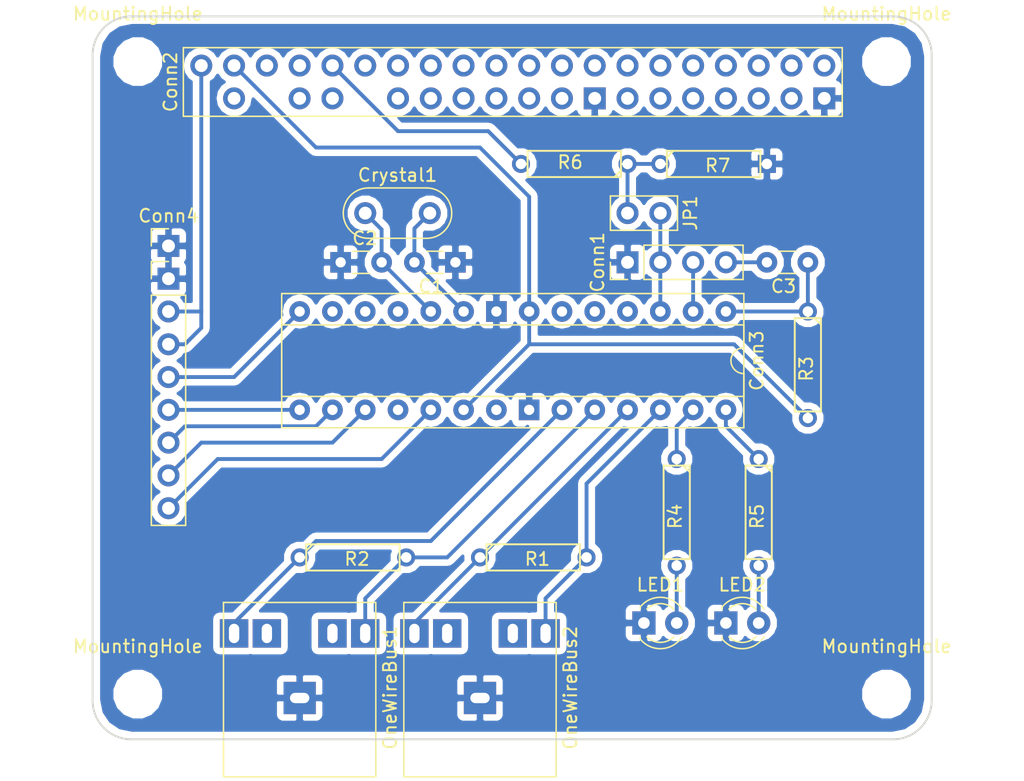
<source format=kicad_pcb>
(kicad_pcb (version 4) (host pcbnew 4.0.7-e1-6374~58~ubuntu16.04.1)

  (general
    (links 48)
    (no_connects 1)
    (area 113.424999 63.424999 178.575001 119.575001)
    (thickness 1.6)
    (drawings 8)
    (tracks 64)
    (zones 0)
    (modules 24)
    (nets 69)
  )

  (page A4)
  (title_block
    (title "RPi OneWire Shield")
    (date 2017-02-25)
    (rev 1.0.1)
    (company "Narodni Muzeum")
  )

  (layers
    (0 F.Cu signal)
    (31 B.Cu signal)
    (32 B.Adhes user)
    (33 F.Adhes user)
    (34 B.Paste user)
    (35 F.Paste user)
    (36 B.SilkS user)
    (37 F.SilkS user)
    (38 B.Mask user)
    (39 F.Mask user)
    (40 Dwgs.User user)
    (41 Cmts.User user)
    (42 Eco1.User user)
    (43 Eco2.User user)
    (44 Edge.Cuts user)
    (45 Margin user)
    (46 B.CrtYd user)
    (47 F.CrtYd user)
    (48 B.Fab user)
    (49 F.Fab user)
  )

  (setup
    (last_trace_width 0.3)
    (trace_clearance 0.3)
    (zone_clearance 0.508)
    (zone_45_only yes)
    (trace_min 0.3)
    (segment_width 0.2)
    (edge_width 0.15)
    (via_size 0.6)
    (via_drill 0.4)
    (via_min_size 0.4)
    (via_min_drill 0.3)
    (uvia_size 0.3)
    (uvia_drill 0.1)
    (uvias_allowed no)
    (uvia_min_size 0.2)
    (uvia_min_drill 0.1)
    (pcb_text_width 0.3)
    (pcb_text_size 1.5 1.5)
    (mod_edge_width 0.15)
    (mod_text_size 1 1)
    (mod_text_width 0.15)
    (pad_size 1.99898 1.99898)
    (pad_drill 0.8001)
    (pad_to_mask_clearance 0.3)
    (aux_axis_origin 0 0)
    (visible_elements FFFFFF7F)
    (pcbplotparams
      (layerselection 0x01030_80000001)
      (usegerberextensions false)
      (excludeedgelayer true)
      (linewidth 0.100000)
      (plotframeref false)
      (viasonmask false)
      (mode 1)
      (useauxorigin false)
      (hpglpennumber 1)
      (hpglpenspeed 20)
      (hpglpendiameter 15)
      (hpglpenoverlay 2)
      (psnegative false)
      (psa4output false)
      (plotreference true)
      (plotvalue true)
      (plotinvisibletext false)
      (padsonsilk false)
      (subtractmaskfromsilk false)
      (outputformat 1)
      (mirror false)
      (drillshape 0)
      (scaleselection 1)
      (outputdirectory /home/user/rpishield/gerber/))
  )

  (net 0 "")
  (net 1 GND)
  (net 2 /XTAL1)
  (net 3 /XTAL2)
  (net 4 /RST)
  (net 5 "Net-(C3-Pad2)")
  (net 6 /TX)
  (net 7 /RX)
  (net 8 "Net-(Conn3-Pad4)")
  (net 9 "Net-(Conn3-Pad5)")
  (net 10 "Net-(Conn3-Pad6)")
  (net 11 "Net-(Conn3-Pad21)")
  (net 12 "Net-(Conn3-Pad11)")
  (net 13 "Net-(Conn3-Pad12)")
  (net 14 "Net-(Conn3-Pad13)")
  (net 15 "Net-(LED1-Pad2)")
  (net 16 "Net-(LED2-Pad2)")
  (net 17 /RX_RPI)
  (net 18 "Net-(Conn2-Pad12)")
  (net 19 "Net-(Conn2-Pad13)")
  (net 20 "Net-(Conn2-Pad14)")
  (net 21 "Net-(Conn2-Pad15)")
  (net 22 "Net-(Conn2-Pad16)")
  (net 23 "Net-(Conn2-Pad17)")
  (net 24 "Net-(Conn2-Pad18)")
  (net 25 "Net-(Conn2-Pad19)")
  (net 26 "Net-(Conn2-Pad21)")
  (net 27 "Net-(Conn2-Pad22)")
  (net 28 "Net-(Conn2-Pad23)")
  (net 29 "Net-(Conn2-Pad24)")
  (net 30 "Net-(Conn2-Pad26)")
  (net 31 "Net-(Conn2-Pad27)")
  (net 32 "Net-(Conn2-Pad28)")
  (net 33 "Net-(Conn2-Pad29)")
  (net 34 "Net-(Conn2-Pad30)")
  (net 35 "Net-(Conn2-Pad31)")
  (net 36 "Net-(Conn2-Pad32)")
  (net 37 "Net-(Conn2-Pad35)")
  (net 38 "Net-(Conn2-Pad36)")
  (net 39 "Net-(Conn2-Pad37)")
  (net 40 "Net-(Conn2-Pad38)")
  (net 41 "Net-(Conn2-Pad40)")
  (net 42 "Net-(Conn2-Pad9)")
  (net 43 "Net-(Conn2-Pad6)")
  (net 44 "Net-(Conn2-Pad20)")
  (net 45 "Net-(Conn2-Pad7)")
  (net 46 /VCC_LED)
  (net 47 /TFT_DC)
  (net 48 /SPI_SS)
  (net 49 /SPI_MOSI)
  (net 50 /SPI_SCK)
  (net 51 /TFT_RST)
  (net 52 /VCC_ADC)
  (net 53 /BUS1_PWR)
  (net 54 /BUS1_DQ)
  (net 55 /BUS2_PWR)
  (net 56 /BUS2_DQ)
  (net 57 /LED_ACC)
  (net 58 /LED_PWR)
  (net 59 "Net-(OneWireBus1-Pad3)")
  (net 60 "Net-(OneWireBus2-Pad3)")
  (net 61 "Net-(OneWireBus1-Pad4)")
  (net 62 "Net-(OneWireBus2-Pad4)")
  (net 63 "Net-(Conn2-Pad8)")
  (net 64 "Net-(Conn3-Pad18)")
  (net 65 "Net-(JP1-Pad2)")
  (net 66 "Net-(Conn2-Pad3)")
  (net 67 "Net-(Conn2-Pad33)")
  (net 68 "Net-(Conn2-Pad34)")

  (net_class Default "This is the default net class."
    (clearance 0.3)
    (trace_width 0.3)
    (via_dia 0.6)
    (via_drill 0.4)
    (uvia_dia 0.3)
    (uvia_drill 0.1)
    (add_net /BUS1_DQ)
    (add_net /BUS1_PWR)
    (add_net /BUS2_DQ)
    (add_net /BUS2_PWR)
    (add_net /LED_ACC)
    (add_net /LED_PWR)
    (add_net /RST)
    (add_net /RX)
    (add_net /RX_RPI)
    (add_net /SPI_MOSI)
    (add_net /SPI_SCK)
    (add_net /SPI_SS)
    (add_net /TFT_DC)
    (add_net /TFT_RST)
    (add_net /TX)
    (add_net /VCC_ADC)
    (add_net /VCC_LED)
    (add_net /XTAL1)
    (add_net /XTAL2)
    (add_net GND)
    (add_net "Net-(C3-Pad2)")
    (add_net "Net-(Conn2-Pad12)")
    (add_net "Net-(Conn2-Pad13)")
    (add_net "Net-(Conn2-Pad14)")
    (add_net "Net-(Conn2-Pad15)")
    (add_net "Net-(Conn2-Pad16)")
    (add_net "Net-(Conn2-Pad17)")
    (add_net "Net-(Conn2-Pad18)")
    (add_net "Net-(Conn2-Pad19)")
    (add_net "Net-(Conn2-Pad20)")
    (add_net "Net-(Conn2-Pad21)")
    (add_net "Net-(Conn2-Pad22)")
    (add_net "Net-(Conn2-Pad23)")
    (add_net "Net-(Conn2-Pad24)")
    (add_net "Net-(Conn2-Pad26)")
    (add_net "Net-(Conn2-Pad27)")
    (add_net "Net-(Conn2-Pad28)")
    (add_net "Net-(Conn2-Pad29)")
    (add_net "Net-(Conn2-Pad3)")
    (add_net "Net-(Conn2-Pad30)")
    (add_net "Net-(Conn2-Pad31)")
    (add_net "Net-(Conn2-Pad32)")
    (add_net "Net-(Conn2-Pad33)")
    (add_net "Net-(Conn2-Pad34)")
    (add_net "Net-(Conn2-Pad35)")
    (add_net "Net-(Conn2-Pad36)")
    (add_net "Net-(Conn2-Pad37)")
    (add_net "Net-(Conn2-Pad38)")
    (add_net "Net-(Conn2-Pad40)")
    (add_net "Net-(Conn2-Pad6)")
    (add_net "Net-(Conn2-Pad7)")
    (add_net "Net-(Conn2-Pad8)")
    (add_net "Net-(Conn2-Pad9)")
    (add_net "Net-(Conn3-Pad11)")
    (add_net "Net-(Conn3-Pad12)")
    (add_net "Net-(Conn3-Pad13)")
    (add_net "Net-(Conn3-Pad18)")
    (add_net "Net-(Conn3-Pad21)")
    (add_net "Net-(Conn3-Pad4)")
    (add_net "Net-(Conn3-Pad5)")
    (add_net "Net-(Conn3-Pad6)")
    (add_net "Net-(JP1-Pad2)")
    (add_net "Net-(LED1-Pad2)")
    (add_net "Net-(LED2-Pad2)")
    (add_net "Net-(OneWireBus1-Pad3)")
    (add_net "Net-(OneWireBus1-Pad4)")
    (add_net "Net-(OneWireBus2-Pad3)")
    (add_net "Net-(OneWireBus2-Pad4)")
  )

  (module Crystals:Resonator-2pin_w8.0mm_h3.5mm (layer F.Cu) (tedit 58778156) (tstamp 58AC5E90)
    (at 134.62 78.74)
    (descr "Ceramic Resomator/Filter 8.0x3.5mm^2, length*width=8.0x3.5mm^2 package, package length=8.0mm, package width=3.5mm, 2 pins")
    (tags "THT ceramic resonator filter")
    (path /58AAB4F5)
    (fp_text reference Crystal1 (at 2.5 -2.95) (layer F.SilkS)
      (effects (font (size 1 1) (thickness 0.15)))
    )
    (fp_text value 16Mhz (at 2.5 2.95) (layer F.Fab)
      (effects (font (size 1 1) (thickness 0.15)))
    )
    (fp_arc (start 0.25 0) (end 0.25 -1.75) (angle -180) (layer F.Fab) (width 0.1))
    (fp_arc (start 4.75 0) (end 4.75 -1.75) (angle 180) (layer F.Fab) (width 0.1))
    (fp_arc (start 0.25 0) (end 0.25 -1.75) (angle -180) (layer F.Fab) (width 0.1))
    (fp_arc (start 4.75 0) (end 4.75 -1.75) (angle 180) (layer F.Fab) (width 0.1))
    (fp_arc (start 0.25 0) (end 0.25 -1.95) (angle -180) (layer F.SilkS) (width 0.12))
    (fp_arc (start 4.75 0) (end 4.75 -1.95) (angle 180) (layer F.SilkS) (width 0.12))
    (fp_line (start 0.25 -1.75) (end 4.75 -1.75) (layer F.Fab) (width 0.1))
    (fp_line (start 0.25 1.75) (end 4.75 1.75) (layer F.Fab) (width 0.1))
    (fp_line (start 0.25 -1.75) (end 4.75 -1.75) (layer F.Fab) (width 0.1))
    (fp_line (start 0.25 1.75) (end 4.75 1.75) (layer F.Fab) (width 0.1))
    (fp_line (start 0.25 -1.95) (end 4.75 -1.95) (layer F.SilkS) (width 0.12))
    (fp_line (start 0.25 1.95) (end 4.75 1.95) (layer F.SilkS) (width 0.12))
    (fp_line (start -2 -2.2) (end -2 2.2) (layer F.CrtYd) (width 0.05))
    (fp_line (start -2 2.2) (end 7 2.2) (layer F.CrtYd) (width 0.05))
    (fp_line (start 7 2.2) (end 7 -2.2) (layer F.CrtYd) (width 0.05))
    (fp_line (start 7 -2.2) (end -2 -2.2) (layer F.CrtYd) (width 0.05))
    (pad 1 thru_hole circle (at 0 0) (size 1.7 1.7) (drill 1) (layers *.Cu *.Mask)
      (net 3 /XTAL2))
    (pad 2 thru_hole circle (at 5 0) (size 1.7 1.7) (drill 1) (layers *.Cu *.Mask)
      (net 2 /XTAL1))
    (model Crystals.3dshapes/Crystal_HC49-4H_Vertical.wrl
      (at (xyz 0 0 0))
      (scale (xyz 0.393701 0.393701 0.393701))
      (rotate (xyz 0 0 0))
    )
  )

  (module Socket_Strips:Socket_Strip_Straight_1x04_Pitch2.54mm (layer F.Cu) (tedit 588DE956) (tstamp 58AC5E34)
    (at 154.94 82.55 90)
    (descr "Through hole straight socket strip, 1x04, 2.54mm pitch, single row")
    (tags "Through hole socket strip THT 1x04 2.54mm single row")
    (path /58AC5222)
    (fp_text reference Conn1 (at 0 -2.33 90) (layer F.SilkS)
      (effects (font (size 1 1) (thickness 0.15)))
    )
    (fp_text value UART (at 0 9.95 90) (layer F.Fab)
      (effects (font (size 1 1) (thickness 0.15)))
    )
    (fp_line (start -1.27 -1.27) (end -1.27 8.89) (layer F.Fab) (width 0.1))
    (fp_line (start -1.27 8.89) (end 1.27 8.89) (layer F.Fab) (width 0.1))
    (fp_line (start 1.27 8.89) (end 1.27 -1.27) (layer F.Fab) (width 0.1))
    (fp_line (start 1.27 -1.27) (end -1.27 -1.27) (layer F.Fab) (width 0.1))
    (fp_line (start -1.33 1.27) (end -1.33 8.95) (layer F.SilkS) (width 0.12))
    (fp_line (start -1.33 8.95) (end 1.33 8.95) (layer F.SilkS) (width 0.12))
    (fp_line (start 1.33 8.95) (end 1.33 1.27) (layer F.SilkS) (width 0.12))
    (fp_line (start 1.33 1.27) (end -1.33 1.27) (layer F.SilkS) (width 0.12))
    (fp_line (start -1.33 0) (end -1.33 -1.33) (layer F.SilkS) (width 0.12))
    (fp_line (start -1.33 -1.33) (end 0 -1.33) (layer F.SilkS) (width 0.12))
    (fp_line (start -1.55 -1.55) (end -1.55 9.15) (layer F.CrtYd) (width 0.05))
    (fp_line (start -1.55 9.15) (end 1.55 9.15) (layer F.CrtYd) (width 0.05))
    (fp_line (start 1.55 9.15) (end 1.55 -1.55) (layer F.CrtYd) (width 0.05))
    (fp_line (start 1.55 -1.55) (end -1.55 -1.55) (layer F.CrtYd) (width 0.05))
    (pad 1 thru_hole rect (at 0 0 90) (size 1.7 1.7) (drill 1) (layers *.Cu *.Mask)
      (net 1 GND))
    (pad 2 thru_hole oval (at 0 2.54 90) (size 1.7 1.7) (drill 1) (layers *.Cu *.Mask)
      (net 6 /TX))
    (pad 3 thru_hole oval (at 0 5.08 90) (size 1.7 1.7) (drill 1) (layers *.Cu *.Mask)
      (net 7 /RX))
    (pad 4 thru_hole oval (at 0 7.62 90) (size 1.7 1.7) (drill 1) (layers *.Cu *.Mask)
      (net 5 "Net-(C3-Pad2)"))
    (model Pin_Headers.3dshapes/Pin_Header_Straight_1x04_Pitch2.54mm.wrl
      (at (xyz 0 -0.15 0))
      (scale (xyz 1 1 1))
      (rotate (xyz 0 0 90))
    )
  )

  (module LEDs:LED_D3.0mm_FlatTop (layer F.Cu) (tedit 5880A862) (tstamp 58AC5E96)
    (at 156.21 110.49)
    (descr "LED, Round, FlatTop, diameter 3.0mm, 2 pins, http://www.kingbright.com/attachments/file/psearch/000/00/00/L-47XEC(Ver.9A).pdf")
    (tags "LED Round FlatTop diameter 3.0mm 2 pins")
    (path /58AB2805)
    (fp_text reference LED1 (at 1.27 -2.96) (layer F.SilkS)
      (effects (font (size 1 1) (thickness 0.15)))
    )
    (fp_text value "10mA 2V" (at 1.27 2.96) (layer F.Fab)
      (effects (font (size 1 1) (thickness 0.15)))
    )
    (fp_arc (start 1.27 0) (end -0.23 -1.16619) (angle 284.3) (layer F.Fab) (width 0.1))
    (fp_arc (start 1.27 0) (end -0.29 -1.235516) (angle 108.8) (layer F.SilkS) (width 0.12))
    (fp_arc (start 1.27 0) (end -0.29 1.235516) (angle -108.8) (layer F.SilkS) (width 0.12))
    (fp_arc (start 1.27 0) (end 0.229039 -1.08) (angle 87.9) (layer F.SilkS) (width 0.12))
    (fp_arc (start 1.27 0) (end 0.229039 1.08) (angle -87.9) (layer F.SilkS) (width 0.12))
    (fp_circle (center 1.27 0) (end 2.77 0) (layer F.Fab) (width 0.1))
    (fp_line (start -0.23 -1.16619) (end -0.23 1.16619) (layer F.Fab) (width 0.1))
    (fp_line (start -0.29 -1.236) (end -0.29 -1.08) (layer F.SilkS) (width 0.12))
    (fp_line (start -0.29 1.08) (end -0.29 1.236) (layer F.SilkS) (width 0.12))
    (fp_line (start -1.15 -2.25) (end -1.15 2.25) (layer F.CrtYd) (width 0.05))
    (fp_line (start -1.15 2.25) (end 3.7 2.25) (layer F.CrtYd) (width 0.05))
    (fp_line (start 3.7 2.25) (end 3.7 -2.25) (layer F.CrtYd) (width 0.05))
    (fp_line (start 3.7 -2.25) (end -1.15 -2.25) (layer F.CrtYd) (width 0.05))
    (pad 1 thru_hole rect (at 0 0) (size 1.8 1.8) (drill 0.9) (layers *.Cu *.Mask)
      (net 1 GND))
    (pad 2 thru_hole circle (at 2.54 0) (size 1.8 1.8) (drill 0.9) (layers *.Cu *.Mask)
      (net 15 "Net-(LED1-Pad2)"))
    (model LEDs.3dshapes/LED_D3.0mm_Horizontal_O6.35mm_Z2.0mm.wrl
      (at (xyz 0 0 0))
      (scale (xyz 0.393701 0.393701 0.393701))
      (rotate (xyz 0 0 0))
    )
  )

  (module LEDs:LED_D3.0mm_FlatTop (layer F.Cu) (tedit 5880A862) (tstamp 58AC5E9C)
    (at 162.56 110.49)
    (descr "LED, Round, FlatTop, diameter 3.0mm, 2 pins, http://www.kingbright.com/attachments/file/psearch/000/00/00/L-47XEC(Ver.9A).pdf")
    (tags "LED Round FlatTop diameter 3.0mm 2 pins")
    (path /58ABA9E9)
    (fp_text reference LED2 (at 1.27 -2.96) (layer F.SilkS)
      (effects (font (size 1 1) (thickness 0.15)))
    )
    (fp_text value "10mA 2V" (at 1.27 2.96) (layer F.Fab)
      (effects (font (size 1 1) (thickness 0.15)))
    )
    (fp_arc (start 1.27 0) (end -0.23 -1.16619) (angle 284.3) (layer F.Fab) (width 0.1))
    (fp_arc (start 1.27 0) (end -0.29 -1.235516) (angle 108.8) (layer F.SilkS) (width 0.12))
    (fp_arc (start 1.27 0) (end -0.29 1.235516) (angle -108.8) (layer F.SilkS) (width 0.12))
    (fp_arc (start 1.27 0) (end 0.229039 -1.08) (angle 87.9) (layer F.SilkS) (width 0.12))
    (fp_arc (start 1.27 0) (end 0.229039 1.08) (angle -87.9) (layer F.SilkS) (width 0.12))
    (fp_circle (center 1.27 0) (end 2.77 0) (layer F.Fab) (width 0.1))
    (fp_line (start -0.23 -1.16619) (end -0.23 1.16619) (layer F.Fab) (width 0.1))
    (fp_line (start -0.29 -1.236) (end -0.29 -1.08) (layer F.SilkS) (width 0.12))
    (fp_line (start -0.29 1.08) (end -0.29 1.236) (layer F.SilkS) (width 0.12))
    (fp_line (start -1.15 -2.25) (end -1.15 2.25) (layer F.CrtYd) (width 0.05))
    (fp_line (start -1.15 2.25) (end 3.7 2.25) (layer F.CrtYd) (width 0.05))
    (fp_line (start 3.7 2.25) (end 3.7 -2.25) (layer F.CrtYd) (width 0.05))
    (fp_line (start 3.7 -2.25) (end -1.15 -2.25) (layer F.CrtYd) (width 0.05))
    (pad 1 thru_hole rect (at 0 0) (size 1.8 1.8) (drill 0.9) (layers *.Cu *.Mask)
      (net 1 GND))
    (pad 2 thru_hole circle (at 2.54 0) (size 1.8 1.8) (drill 0.9) (layers *.Cu *.Mask)
      (net 16 "Net-(LED2-Pad2)"))
    (model LEDs.3dshapes/LED_D3.0mm_Horizontal_O6.35mm_Z2.0mm.wrl
      (at (xyz 0 0 0))
      (scale (xyz 0.393701 0.393701 0.393701))
      (rotate (xyz 0 0 0))
    )
  )

  (module footprint:Custom_DIP-28_W7.62mm_Socket (layer F.Cu) (tedit 58C97612) (tstamp 58AC5E80)
    (at 162.56 86.36 270)
    (descr "28-lead dip package, row spacing 7.62 mm (300 mils), Socket")
    (tags "DIL DIP PDIP 2.54mm 7.62mm 300mil Socket")
    (path /58B1B9EF)
    (fp_text reference Conn3 (at 3.81 -2.39 270) (layer F.SilkS)
      (effects (font (size 1 1) (thickness 0.15)))
    )
    (fp_text value Atmega328 (at 3.81 35.41 270) (layer F.Fab)
      (effects (font (size 1 1) (thickness 0.15)))
    )
    (fp_arc (start 3.81 -1.39) (end 2.81 -1.39) (angle -180) (layer F.SilkS) (width 0.12))
    (fp_line (start 1.635 -1.27) (end 6.985 -1.27) (layer F.Fab) (width 0.1))
    (fp_line (start 6.985 -1.27) (end 6.985 34.29) (layer F.Fab) (width 0.1))
    (fp_line (start 6.985 34.29) (end 0.635 34.29) (layer F.Fab) (width 0.1))
    (fp_line (start 0.635 34.29) (end 0.635 -0.27) (layer F.Fab) (width 0.1))
    (fp_line (start 0.635 -0.27) (end 1.635 -1.27) (layer F.Fab) (width 0.1))
    (fp_line (start -1.27 -1.27) (end -1.27 34.29) (layer F.Fab) (width 0.1))
    (fp_line (start -1.27 34.29) (end 8.89 34.29) (layer F.Fab) (width 0.1))
    (fp_line (start 8.89 34.29) (end 8.89 -1.27) (layer F.Fab) (width 0.1))
    (fp_line (start 8.89 -1.27) (end -1.27 -1.27) (layer F.Fab) (width 0.1))
    (fp_line (start 2.81 -1.39) (end 1.04 -1.39) (layer F.SilkS) (width 0.12))
    (fp_line (start 1.04 -1.39) (end 1.04 34.41) (layer F.SilkS) (width 0.12))
    (fp_line (start 1.04 34.41) (end 6.58 34.41) (layer F.SilkS) (width 0.12))
    (fp_line (start 6.58 34.41) (end 6.58 -1.39) (layer F.SilkS) (width 0.12))
    (fp_line (start 6.58 -1.39) (end 4.81 -1.39) (layer F.SilkS) (width 0.12))
    (fp_line (start -1.39 -1.39) (end -1.39 34.41) (layer F.SilkS) (width 0.12))
    (fp_line (start -1.39 34.41) (end 9.01 34.41) (layer F.SilkS) (width 0.12))
    (fp_line (start 9.01 34.41) (end 9.01 -1.39) (layer F.SilkS) (width 0.12))
    (fp_line (start 9.01 -1.39) (end -1.39 -1.39) (layer F.SilkS) (width 0.12))
    (fp_line (start -1.7 -1.7) (end -1.7 34.7) (layer F.CrtYd) (width 0.05))
    (fp_line (start -1.7 34.7) (end 9.3 34.7) (layer F.CrtYd) (width 0.05))
    (fp_line (start 9.3 34.7) (end 9.3 -1.7) (layer F.CrtYd) (width 0.05))
    (fp_line (start 9.3 -1.7) (end -1.7 -1.7) (layer F.CrtYd) (width 0.05))
    (pad 1 thru_hole oval (at 0 0 270) (size 1.6 1.6) (drill 0.8) (layers *.Cu *.Mask)
      (net 4 /RST))
    (pad 15 thru_hole oval (at 7.62 33.02 270) (size 1.6 1.6) (drill 0.8) (layers *.Cu *.Mask)
      (net 51 /TFT_RST))
    (pad 2 thru_hole oval (at 0 2.54 270) (size 1.6 1.6) (drill 0.8) (layers *.Cu *.Mask)
      (net 7 /RX))
    (pad 16 thru_hole oval (at 7.62 30.48 270) (size 1.6 1.6) (drill 0.8) (layers *.Cu *.Mask)
      (net 48 /SPI_SS))
    (pad 3 thru_hole oval (at 0 5.08 270) (size 1.6 1.6) (drill 0.8) (layers *.Cu *.Mask)
      (net 6 /TX))
    (pad 17 thru_hole oval (at 7.62 27.94 270) (size 1.6 1.6) (drill 0.8) (layers *.Cu *.Mask)
      (net 49 /SPI_MOSI))
    (pad 4 thru_hole oval (at 0 7.62 270) (size 1.6 1.6) (drill 0.8) (layers *.Cu *.Mask)
      (net 8 "Net-(Conn3-Pad4)"))
    (pad 18 thru_hole oval (at 7.62 25.4 270) (size 1.6 1.6) (drill 0.8) (layers *.Cu *.Mask)
      (net 64 "Net-(Conn3-Pad18)"))
    (pad 5 thru_hole oval (at 0 10.16 270) (size 1.6 1.6) (drill 0.8) (layers *.Cu *.Mask)
      (net 9 "Net-(Conn3-Pad5)"))
    (pad 19 thru_hole oval (at 7.62 22.86 270) (size 1.6 1.6) (drill 0.8) (layers *.Cu *.Mask)
      (net 50 /SPI_SCK))
    (pad 6 thru_hole oval (at 0 12.7 270) (size 1.6 1.6) (drill 0.8) (layers *.Cu *.Mask)
      (net 10 "Net-(Conn3-Pad6)"))
    (pad 20 thru_hole oval (at 7.62 20.32 270) (size 1.6 1.6) (drill 0.8) (layers *.Cu *.Mask)
      (net 52 /VCC_ADC))
    (pad 7 thru_hole oval (at 0 15.24 270) (size 1.6 1.6) (drill 0.8) (layers *.Cu *.Mask)
      (net 52 /VCC_ADC))
    (pad 21 thru_hole oval (at 7.62 17.78 270) (size 1.6 1.6) (drill 0.8) (layers *.Cu *.Mask)
      (net 11 "Net-(Conn3-Pad21)"))
    (pad 8 thru_hole rect (at 0 17.78 270) (size 1.6 1.6) (drill 0.8) (layers *.Cu *.Mask)
      (net 1 GND))
    (pad 22 thru_hole rect (at 7.62 15.24 270) (size 1.6 1.6) (drill 0.8) (layers *.Cu *.Mask)
      (net 1 GND))
    (pad 9 thru_hole oval (at 0 20.32 270) (size 1.6 1.6) (drill 0.8) (layers *.Cu *.Mask)
      (net 2 /XTAL1))
    (pad 23 thru_hole oval (at 7.62 12.7 270) (size 1.6 1.6) (drill 0.8) (layers *.Cu *.Mask)
      (net 53 /BUS1_PWR))
    (pad 10 thru_hole oval (at 0 22.86 270) (size 1.6 1.6) (drill 0.8) (layers *.Cu *.Mask)
      (net 3 /XTAL2))
    (pad 24 thru_hole oval (at 7.62 10.16 270) (size 1.6 1.6) (drill 0.8) (layers *.Cu *.Mask)
      (net 54 /BUS1_DQ))
    (pad 11 thru_hole oval (at 0 25.4 270) (size 1.6 1.6) (drill 0.8) (layers *.Cu *.Mask)
      (net 12 "Net-(Conn3-Pad11)"))
    (pad 25 thru_hole oval (at 7.62 7.62 270) (size 1.6 1.6) (drill 0.8) (layers *.Cu *.Mask)
      (net 55 /BUS2_PWR))
    (pad 12 thru_hole oval (at 0 27.94 270) (size 1.6 1.6) (drill 0.8) (layers *.Cu *.Mask)
      (net 13 "Net-(Conn3-Pad12)"))
    (pad 26 thru_hole oval (at 7.62 5.08 270) (size 1.6 1.6) (drill 0.8) (layers *.Cu *.Mask)
      (net 56 /BUS2_DQ))
    (pad 13 thru_hole oval (at 0 30.48 270) (size 1.6 1.6) (drill 0.8) (layers *.Cu *.Mask)
      (net 14 "Net-(Conn3-Pad13)"))
    (pad 27 thru_hole oval (at 7.62 2.54 270) (size 1.6 1.6) (drill 0.8) (layers *.Cu *.Mask)
      (net 57 /LED_ACC))
    (pad 14 thru_hole oval (at 0 33.02 270) (size 1.6 1.6) (drill 0.8) (layers *.Cu *.Mask)
      (net 47 /TFT_DC))
    (pad 28 thru_hole oval (at 7.62 0 270) (size 1.6 1.6) (drill 0.8) (layers *.Cu *.Mask)
      (net 58 /LED_PWR))
    (model /home/user/rpishield/3d/dil_28-300_socket.wrl
      (at (xyz 0.15 -0.65 0))
      (scale (xyz 1 1 1))
      (rotate (xyz 0 0 90))
    )
  )

  (module footprint:Custom_Pin_Header_Straight_1x09_Pitch2.54mm (layer F.Cu) (tedit 58F4E29A) (tstamp 58AC5E8A)
    (at 119.38 81.28)
    (descr "Through hole straight pin header, 1x09, 2.54mm pitch, single row")
    (tags "Through hole pin header THT 1x09 2.54mm single row")
    (path /58CA67C7)
    (fp_text reference Conn4 (at 0 -2.33) (layer F.SilkS)
      (effects (font (size 1 1) (thickness 0.15)))
    )
    (fp_text value SPI (at 0 22.65) (layer F.Fab)
      (effects (font (size 1 1) (thickness 0.15)))
    )
    (fp_line (start -1.33 -1.33) (end -1.33 0) (layer F.SilkS) (width 0.12))
    (fp_line (start 0 -1.33) (end -1.33 -1.33) (layer F.SilkS) (width 0.12))
    (fp_line (start -1.33 1.21) (end -1.33 2.54) (layer F.SilkS) (width 0.12))
    (fp_line (start 0 1.21) (end -1.33 1.21) (layer F.SilkS) (width 0.12))
    (fp_line (start -1.27 -1.27) (end -1.27 21.59) (layer F.Fab) (width 0.1))
    (fp_line (start -1.27 21.59) (end 1.27 21.59) (layer F.Fab) (width 0.1))
    (fp_line (start 1.27 21.59) (end 1.27 -1.27) (layer F.Fab) (width 0.1))
    (fp_line (start 1.27 -1.27) (end -1.27 -1.27) (layer F.Fab) (width 0.1))
    (fp_line (start -1.33 3.81) (end -1.33 21.65) (layer F.SilkS) (width 0.12))
    (fp_line (start -1.33 21.65) (end 1.33 21.65) (layer F.SilkS) (width 0.12))
    (fp_line (start 1.33 21.65) (end 1.33 3.81) (layer F.SilkS) (width 0.12))
    (fp_line (start 1.33 3.81) (end -1.33 3.81) (layer F.SilkS) (width 0.12))
    (fp_line (start -1.8 -1.8) (end -1.8 22.1) (layer F.CrtYd) (width 0.05))
    (fp_line (start -1.8 22.1) (end 1.8 22.1) (layer F.CrtYd) (width 0.05))
    (fp_line (start 1.8 22.1) (end 1.8 -1.8) (layer F.CrtYd) (width 0.05))
    (fp_line (start 1.8 -1.8) (end -1.8 -1.8) (layer F.CrtYd) (width 0.05))
    (fp_text user %R (at 0 -2.33) (layer F.Fab)
      (effects (font (size 1 1) (thickness 0.15)))
    )
    (pad 1 thru_hole rect (at 0 0) (size 1.7 1.7) (drill 1) (layers *.Cu *.Mask)
      (net 1 GND))
    (pad 2 thru_hole rect (at 0 2.54) (size 1.7 1.7) (drill 1) (layers *.Cu *.Mask)
      (net 1 GND))
    (pad 3 thru_hole oval (at 0 5.08) (size 1.7 1.7) (drill 1) (layers *.Cu *.Mask)
      (net 46 /VCC_LED))
    (pad 4 thru_hole oval (at 0 7.62) (size 1.7 1.7) (drill 1) (layers *.Cu *.Mask)
      (net 46 /VCC_LED))
    (pad 5 thru_hole oval (at 0 10.16) (size 1.7 1.7) (drill 1) (layers *.Cu *.Mask)
      (net 47 /TFT_DC))
    (pad 6 thru_hole oval (at 0 12.7) (size 1.7 1.7) (drill 1) (layers *.Cu *.Mask)
      (net 51 /TFT_RST))
    (pad 7 thru_hole oval (at 0 15.24) (size 1.7 1.7) (drill 1) (layers *.Cu *.Mask)
      (net 48 /SPI_SS))
    (pad 8 thru_hole oval (at 0 17.78) (size 1.7 1.7) (drill 1) (layers *.Cu *.Mask)
      (net 49 /SPI_MOSI))
    (pad 9 thru_hole oval (at 0 20.32) (size 1.7 1.7) (drill 1) (layers *.Cu *.Mask)
      (net 50 /SPI_SCK))
    (model ${KISYS3DMOD}/Pin_Headers.3dshapes/Pin_Header_Straight_1x09_Pitch2.54mm.wrl
      (at (xyz 0 -0.4 0))
      (scale (xyz 1 1 1))
      (rotate (xyz 0 0 90))
    )
  )

  (module footprint:Custom_MountingHole_2.75mm_M2.5 (layer F.Cu) (tedit 58F8BD9F) (tstamp 58AE0F58)
    (at 175 67)
    (descr "Mounting Hole 2.7mm, no annular, M2.5")
    (tags "mounting hole 2.7mm no annular m2.5")
    (fp_text reference MountingHole (at 0 -3.7) (layer F.SilkS)
      (effects (font (size 1 1) (thickness 0.15)))
    )
    (fp_text value MountingHole_2.75mm_M2.5 (at 0 3.7) (layer F.Fab)
      (effects (font (size 1 1) (thickness 0.15)))
    )
    (fp_circle (center 0 0) (end 2.75 0) (layer Cmts.User) (width 0.15))
    (fp_circle (center 0 0) (end 3.1 0) (layer F.CrtYd) (width 0.05))
    (pad "" np_thru_hole circle (at 0 0) (size 2.75 2.75) (drill 2.75) (layers *.Cu *.Mask))
  )

  (module footprint:Custom_MountingHole_2.75mm_M2.5 (layer F.Cu) (tedit 58F8BD9F) (tstamp 58AE0F7F)
    (at 117 116)
    (descr "Mounting Hole 2.7mm, no annular, M2.5")
    (tags "mounting hole 2.7mm no annular m2.5")
    (fp_text reference MountingHole (at 0 -3.7) (layer F.SilkS)
      (effects (font (size 1 1) (thickness 0.15)))
    )
    (fp_text value MountingHole_2.75mm_M2.5 (at 0 3.7) (layer F.Fab)
      (effects (font (size 1 1) (thickness 0.15)))
    )
    (fp_circle (center 0 0) (end 2.75 0) (layer Cmts.User) (width 0.15))
    (fp_circle (center 0 0) (end 3.1 0) (layer F.CrtYd) (width 0.05))
    (pad "" np_thru_hole circle (at 0 0) (size 2.75 2.75) (drill 2.75) (layers *.Cu *.Mask))
  )

  (module footprint:Custom_MountingHole_2.75mm_M2.5 (layer F.Cu) (tedit 58F8BD9F) (tstamp 58AE0F90)
    (at 175 116)
    (descr "Mounting Hole 2.7mm, no annular, M2.5")
    (tags "mounting hole 2.7mm no annular m2.5")
    (fp_text reference MountingHole (at 0 -3.7) (layer F.SilkS)
      (effects (font (size 1 1) (thickness 0.15)))
    )
    (fp_text value MountingHole_2.75mm_M2.5 (at 0 3.7) (layer F.Fab)
      (effects (font (size 1 1) (thickness 0.15)))
    )
    (fp_circle (center 0 0) (end 2.75 0) (layer Cmts.User) (width 0.15))
    (fp_circle (center 0 0) (end 3.1 0) (layer F.CrtYd) (width 0.05))
    (pad "" np_thru_hole circle (at 0 0) (size 2.75 2.75) (drill 2.75) (layers *.Cu *.Mask))
  )

  (module footprint:Custom_MountingHole_2.75mm_M2.5 (layer F.Cu) (tedit 58F8CB52) (tstamp 58AE0F3B)
    (at 117 67)
    (descr "Mounting Hole 2.7mm, no annular, M2.5")
    (tags "mounting hole 2.7mm no annular m2.5")
    (fp_text reference MountingHole (at 0 -3.7) (layer F.SilkS)
      (effects (font (size 1 1) (thickness 0.15)))
    )
    (fp_text value MountingHole_2.75mm_M2.5 (at 0 3.7) (layer F.Fab)
      (effects (font (size 1 1) (thickness 0.15)))
    )
    (fp_circle (center 0 0) (end 2.75 0) (layer Cmts.User) (width 0.15))
    (fp_circle (center 0 0) (end 3.1 0) (layer F.CrtYd) (width 0.05))
    (pad "" np_thru_hole circle (at 0 0) (size 2.75 2.75) (drill 2.75) (layers *.Cu *.Mask))
  )

  (module footprint:Custom_Barrel_Jack (layer F.Cu) (tedit 58FBB22B) (tstamp 58AC5EAA)
    (at 143.51 122.5 90)
    (descr "DC Barrel Jack")
    (tags "Power Jack")
    (path /58F3E92F)
    (fp_text reference OneWireBus2 (at 7 7 270) (layer F.SilkS)
      (effects (font (size 1 1) (thickness 0.15)))
    )
    (fp_text value JACK_4P (at 7 -7 90) (layer F.Fab)
      (effects (font (size 1 1) (thickness 0.15)))
    )
    (fp_line (start 3 -5.8) (end 3 5.8) (layer F.Fab) (width 0.1))
    (fp_line (start 0.2 -5.8) (end 13.5 -5.8) (layer F.Fab) (width 0.1))
    (fp_line (start 13.5 -5.8) (end 13.5 5.8) (layer F.Fab) (width 0.1))
    (fp_line (start 13.5 5.8) (end 0.2 5.8) (layer F.Fab) (width 0.1))
    (fp_line (start 0.2 5.8) (end 0.2 -5.8) (layer F.Fab) (width 0.1))
    (fp_line (start 0.1 -5.9) (end 13.6 -5.9) (layer F.SilkS) (width 0.12))
    (fp_line (start 13.6 5.9) (end 13.6 -5.9) (layer F.SilkS) (width 0.12))
    (fp_line (start 13.6 5.9) (end 0.1 5.9) (layer F.SilkS) (width 0.12))
    (fp_line (start 0.1 5.9) (end 0.1 -5.9) (layer F.SilkS) (width 0.12))
    (fp_line (start 13.7 6) (end 13.7 -6) (layer F.CrtYd) (width 0.05))
    (fp_line (start 0 6) (end 0 -6) (layer F.CrtYd) (width 0.05))
    (fp_line (start 0 6) (end 13.7 6) (layer F.CrtYd) (width 0.05))
    (fp_line (start 0 -6) (end 13.7 -6) (layer F.CrtYd) (width 0.05))
    (pad 1 thru_hole rect (at 6.2 0 180) (size 2.5 2.5) (drill oval 1.5 0.8) (layers *.Cu *.Mask)
      (net 1 GND))
    (pad 3 thru_hole rect (at 11.2 2.54 90) (size 2.2 2.2) (drill oval 1.5 0.8) (layers *.Cu *.Mask)
      (net 60 "Net-(OneWireBus2-Pad3)"))
    (pad 2 thru_hole rect (at 11.2 5.08 90) (size 2.2 2.2) (drill oval 1.5 0.8) (layers *.Cu *.Mask)
      (net 56 /BUS2_DQ))
    (pad 5 thru_hole rect (at 11.2 -5.08 90) (size 2.2 2.2) (drill oval 1.5 0.8) (layers *.Cu *.Mask)
      (net 55 /BUS2_PWR))
    (pad 4 thru_hole rect (at 11.2 -2.54 90) (size 2.2 2.2) (drill oval 1.5 0.8) (layers *.Cu *.Mask)
      (net 62 "Net-(OneWireBus2-Pad4)"))
    (model /home/user/rpishield/3d/jack_3.5_sj1-3513-smt.wrl
      (at (xyz 0.3 0 0))
      (scale (xyz 1 1 1))
      (rotate (xyz 0 0 90))
    )
  )

  (module footprint:Custom_Barrel_Jack (layer F.Cu) (tedit 58FBB22B) (tstamp 58AC5EA3)
    (at 129.54 122.5 90)
    (descr "DC Barrel Jack")
    (tags "Power Jack")
    (path /58F3E798)
    (fp_text reference OneWireBus1 (at 7 7 270) (layer F.SilkS)
      (effects (font (size 1 1) (thickness 0.15)))
    )
    (fp_text value JACK_4P (at 7 -7 90) (layer F.Fab)
      (effects (font (size 1 1) (thickness 0.15)))
    )
    (fp_line (start 3 -5.8) (end 3 5.8) (layer F.Fab) (width 0.1))
    (fp_line (start 0.2 -5.8) (end 13.5 -5.8) (layer F.Fab) (width 0.1))
    (fp_line (start 13.5 -5.8) (end 13.5 5.8) (layer F.Fab) (width 0.1))
    (fp_line (start 13.5 5.8) (end 0.2 5.8) (layer F.Fab) (width 0.1))
    (fp_line (start 0.2 5.8) (end 0.2 -5.8) (layer F.Fab) (width 0.1))
    (fp_line (start 0.1 -5.9) (end 13.6 -5.9) (layer F.SilkS) (width 0.12))
    (fp_line (start 13.6 5.9) (end 13.6 -5.9) (layer F.SilkS) (width 0.12))
    (fp_line (start 13.6 5.9) (end 0.1 5.9) (layer F.SilkS) (width 0.12))
    (fp_line (start 0.1 5.9) (end 0.1 -5.9) (layer F.SilkS) (width 0.12))
    (fp_line (start 13.7 6) (end 13.7 -6) (layer F.CrtYd) (width 0.05))
    (fp_line (start 0 6) (end 0 -6) (layer F.CrtYd) (width 0.05))
    (fp_line (start 0 6) (end 13.7 6) (layer F.CrtYd) (width 0.05))
    (fp_line (start 0 -6) (end 13.7 -6) (layer F.CrtYd) (width 0.05))
    (pad 1 thru_hole rect (at 6.2 0 180) (size 2.5 2.5) (drill oval 1.5 0.8) (layers *.Cu *.Mask)
      (net 1 GND))
    (pad 3 thru_hole rect (at 11.2 2.54 90) (size 2.2 2.2) (drill oval 1.5 0.8) (layers *.Cu *.Mask)
      (net 59 "Net-(OneWireBus1-Pad3)"))
    (pad 2 thru_hole rect (at 11.2 5.08 90) (size 2.2 2.2) (drill oval 1.5 0.8) (layers *.Cu *.Mask)
      (net 54 /BUS1_DQ))
    (pad 5 thru_hole rect (at 11.2 -5.08 90) (size 2.2 2.2) (drill oval 1.5 0.8) (layers *.Cu *.Mask)
      (net 53 /BUS1_PWR))
    (pad 4 thru_hole rect (at 11.2 -2.54 90) (size 2.2 2.2) (drill oval 1.5 0.8) (layers *.Cu *.Mask)
      (net 61 "Net-(OneWireBus1-Pad4)"))
    (model /home/user/rpishield/3d/jack_3.5_sj1-3513-smt.wrl
      (at (xyz 0.3 0 0))
      (scale (xyz 1 1 1))
      (rotate (xyz 0 0 90))
    )
  )

  (module footprint:Custom_Header_2x20_Pitch2.54mm (layer F.Cu) (tedit 59886F0D) (tstamp 58B15A0E)
    (at 121.92 69.85 90)
    (descr "Through hole straight pin header, 2x20, 2.54mm pitch, double rows")
    (tags "Through hole pin header THT 2x20 2.54mm double row")
    (path /58B1D1E8)
    (fp_text reference Conn2 (at 1.27 -2.39 90) (layer F.SilkS)
      (effects (font (size 1 1) (thickness 0.15)))
    )
    (fp_text value RPi (at 1.27 50.65 90) (layer F.Fab)
      (effects (font (size 1 1) (thickness 0.15)))
    )
    (fp_line (start -1.27 -1.27) (end -1.27 49.53) (layer F.Fab) (width 0.1))
    (fp_line (start -1.27 49.53) (end 3.81 49.53) (layer F.Fab) (width 0.1))
    (fp_line (start 3.81 49.53) (end 3.81 -1.27) (layer F.Fab) (width 0.1))
    (fp_line (start 3.81 -1.27) (end -1.27 -1.27) (layer F.Fab) (width 0.1))
    (fp_line (start -1.39 -1.39) (end -1.39 49.65) (layer F.SilkS) (width 0.12))
    (fp_line (start -1.39 49.65) (end 3.93 49.65) (layer F.SilkS) (width 0.12))
    (fp_line (start 3.93 49.65) (end 3.93 -1.39) (layer F.SilkS) (width 0.12))
    (fp_line (start 3.93 -1.39) (end -1.39 -1.39) (layer F.SilkS) (width 0.12))
    (fp_line (start -1.6 -1.6) (end -1.6 49.8) (layer F.CrtYd) (width 0.05))
    (fp_line (start -1.6 49.8) (end 4.1 49.8) (layer F.CrtYd) (width 0.05))
    (fp_line (start 4.1 49.8) (end 4.1 -1.6) (layer F.CrtYd) (width 0.05))
    (fp_line (start 4.1 -1.6) (end -1.6 -1.6) (layer F.CrtYd) (width 0.05))
    (pad 3 thru_hole oval (at 0 2.54 90) (size 1.7 1.7) (drill 1) (layers *.Cu *.Mask)
      (net 66 "Net-(Conn2-Pad3)"))
    (pad 2 thru_hole oval (at 2.54 0 90) (size 1.7 1.7) (drill 1) (layers *.Cu *.Mask)
      (net 46 /VCC_LED))
    (pad 4 thru_hole oval (at 2.54 2.54 90) (size 1.7 1.7) (drill 1) (layers *.Cu *.Mask)
      (net 52 /VCC_ADC))
    (pad 6 thru_hole oval (at 2.54 5.08 90) (size 1.7 1.7) (drill 1) (layers *.Cu *.Mask)
      (net 43 "Net-(Conn2-Pad6)"))
    (pad 8 thru_hole oval (at 2.54 7.62 90) (size 1.7 1.7) (drill 1) (layers *.Cu *.Mask)
      (net 63 "Net-(Conn2-Pad8)"))
    (pad 9 thru_hole oval (at 0 10.16 90) (size 1.7 1.7) (drill 1) (layers *.Cu *.Mask)
      (net 42 "Net-(Conn2-Pad9)"))
    (pad 10 thru_hole oval (at 2.54 10.16 90) (size 1.7 1.7) (drill 1) (layers *.Cu *.Mask)
      (net 17 /RX_RPI))
    (pad 7 thru_hole oval (at 0 7.62 90) (size 1.7 1.7) (drill 1) (layers *.Cu *.Mask)
      (net 45 "Net-(Conn2-Pad7)"))
    (pad 12 thru_hole oval (at 2.54 12.7 90) (size 1.7 1.7) (drill 1) (layers *.Cu *.Mask)
      (net 18 "Net-(Conn2-Pad12)"))
    (pad 13 thru_hole oval (at 0 15.24 90) (size 1.7 1.7) (drill 1) (layers *.Cu *.Mask)
      (net 19 "Net-(Conn2-Pad13)"))
    (pad 14 thru_hole oval (at 2.54 15.24 90) (size 1.7 1.7) (drill 1) (layers *.Cu *.Mask)
      (net 20 "Net-(Conn2-Pad14)"))
    (pad 15 thru_hole oval (at 0 17.78 90) (size 1.7 1.7) (drill 1) (layers *.Cu *.Mask)
      (net 21 "Net-(Conn2-Pad15)"))
    (pad 16 thru_hole oval (at 2.54 17.78 90) (size 1.7 1.7) (drill 1) (layers *.Cu *.Mask)
      (net 22 "Net-(Conn2-Pad16)"))
    (pad 17 thru_hole oval (at 0 20.32 90) (size 1.7 1.7) (drill 1) (layers *.Cu *.Mask)
      (net 23 "Net-(Conn2-Pad17)"))
    (pad 18 thru_hole oval (at 2.54 20.32 90) (size 1.7 1.7) (drill 1) (layers *.Cu *.Mask)
      (net 24 "Net-(Conn2-Pad18)"))
    (pad 19 thru_hole oval (at 0 22.86 90) (size 1.7 1.7) (drill 1) (layers *.Cu *.Mask)
      (net 25 "Net-(Conn2-Pad19)"))
    (pad 20 thru_hole oval (at 2.54 22.86 90) (size 1.7 1.7) (drill 1) (layers *.Cu *.Mask)
      (net 44 "Net-(Conn2-Pad20)"))
    (pad 21 thru_hole oval (at 0 25.4 90) (size 1.7 1.7) (drill 1) (layers *.Cu *.Mask)
      (net 26 "Net-(Conn2-Pad21)"))
    (pad 22 thru_hole oval (at 2.54 25.4 90) (size 1.7 1.7) (drill 1) (layers *.Cu *.Mask)
      (net 27 "Net-(Conn2-Pad22)"))
    (pad 23 thru_hole oval (at 0 27.94 90) (size 1.7 1.7) (drill 1) (layers *.Cu *.Mask)
      (net 28 "Net-(Conn2-Pad23)"))
    (pad 24 thru_hole oval (at 2.54 27.94 90) (size 1.7 1.7) (drill 1) (layers *.Cu *.Mask)
      (net 29 "Net-(Conn2-Pad24)"))
    (pad 25 thru_hole rect (at 0 30.48 90) (size 1.7 1.7) (drill 1) (layers *.Cu *.Mask)
      (net 1 GND))
    (pad 26 thru_hole oval (at 2.54 30.48 90) (size 1.7 1.7) (drill 1) (layers *.Cu *.Mask)
      (net 30 "Net-(Conn2-Pad26)"))
    (pad 27 thru_hole oval (at 0 33.02 90) (size 1.7 1.7) (drill 1) (layers *.Cu *.Mask)
      (net 31 "Net-(Conn2-Pad27)"))
    (pad 28 thru_hole oval (at 2.54 33.02 90) (size 1.7 1.7) (drill 1) (layers *.Cu *.Mask)
      (net 32 "Net-(Conn2-Pad28)"))
    (pad 29 thru_hole oval (at 0 35.56 90) (size 1.7 1.7) (drill 1) (layers *.Cu *.Mask)
      (net 33 "Net-(Conn2-Pad29)"))
    (pad 30 thru_hole oval (at 2.54 35.56 90) (size 1.7 1.7) (drill 1) (layers *.Cu *.Mask)
      (net 34 "Net-(Conn2-Pad30)"))
    (pad 31 thru_hole oval (at 0 38.1 90) (size 1.7 1.7) (drill 1) (layers *.Cu *.Mask)
      (net 35 "Net-(Conn2-Pad31)"))
    (pad 32 thru_hole oval (at 2.54 38.1 90) (size 1.7 1.7) (drill 1) (layers *.Cu *.Mask)
      (net 36 "Net-(Conn2-Pad32)"))
    (pad 35 thru_hole oval (at 0 43.18 90) (size 1.7 1.7) (drill 1) (layers *.Cu *.Mask)
      (net 37 "Net-(Conn2-Pad35)"))
    (pad 36 thru_hole oval (at 2.54 43.18 90) (size 1.7 1.7) (drill 1) (layers *.Cu *.Mask)
      (net 38 "Net-(Conn2-Pad36)"))
    (pad 37 thru_hole oval (at 0 45.72 90) (size 1.7 1.7) (drill 1) (layers *.Cu *.Mask)
      (net 39 "Net-(Conn2-Pad37)"))
    (pad 38 thru_hole oval (at 2.54 45.72 90) (size 1.7 1.7) (drill 1) (layers *.Cu *.Mask)
      (net 40 "Net-(Conn2-Pad38)"))
    (pad 39 thru_hole rect (at 0 48.26 90) (size 1.7 1.7) (drill 1) (layers *.Cu *.Mask)
      (net 1 GND))
    (pad 40 thru_hole oval (at 2.54 48.26 90) (size 1.7 1.7) (drill 1) (layers *.Cu *.Mask)
      (net 41 "Net-(Conn2-Pad40)"))
    (pad 33 thru_hole oval (at 0 40.64 90) (size 1.7 1.7) (drill 1) (layers *.Cu *.Mask)
      (net 67 "Net-(Conn2-Pad33)"))
    (pad 34 thru_hole oval (at 2.54 40.64 90) (size 1.7 1.7) (drill 1) (layers *.Cu *.Mask)
      (net 68 "Net-(Conn2-Pad34)"))
    (model Pin_Headers.3dshapes/Pin_Header_Straight_2x20_Pitch2.54mm.wrl
      (at (xyz 0.05 -0.95 0))
      (scale (xyz 1 1 1))
      (rotate (xyz 0 0 90))
    )
  )

  (module footprint:Custom_Pin_Header_Straight_1x02_Pitch2.54mm (layer F.Cu) (tedit 598870E5) (tstamp 59886F44)
    (at 157.48 78.74 270)
    (descr "Through hole straight pin header, 1x02, 2.54mm pitch, single row")
    (tags "Through hole pin header THT 1x02 2.54mm single row")
    (path /59887C25)
    (fp_text reference JP1 (at 0 -2.33 270) (layer F.SilkS)
      (effects (font (size 1 1) (thickness 0.15)))
    )
    (fp_text value Jumper (at 0 4.87 270) (layer F.Fab)
      (effects (font (size 1 1) (thickness 0.15)))
    )
    (fp_line (start -1.27 -1.27) (end 1.27 -1.27) (layer F.Fab) (width 0.1))
    (fp_line (start 1.27 -1.27) (end 1.27 3.81) (layer F.Fab) (width 0.1))
    (fp_line (start 1.27 3.81) (end -1.27 3.81) (layer F.Fab) (width 0.1))
    (fp_line (start -1.27 3.81) (end -1.27 -1.27) (layer F.Fab) (width 0.1))
    (fp_line (start -1.33 3.87) (end 1.33 3.87) (layer F.SilkS) (width 0.12))
    (fp_line (start -1.33 -1.33) (end -1.33 3.87) (layer F.SilkS) (width 0.12))
    (fp_line (start 1.33 -1.33) (end 1.33 3.87) (layer F.SilkS) (width 0.12))
    (fp_line (start -1.33 -1.33) (end 1.33 -1.33) (layer F.SilkS) (width 0.12))
    (fp_line (start -1.8 -1.8) (end -1.8 4.35) (layer F.CrtYd) (width 0.05))
    (fp_line (start -1.8 4.35) (end 1.8 4.35) (layer F.CrtYd) (width 0.05))
    (fp_line (start 1.8 4.35) (end 1.8 -1.8) (layer F.CrtYd) (width 0.05))
    (fp_line (start 1.8 -1.8) (end -1.8 -1.8) (layer F.CrtYd) (width 0.05))
    (fp_text user %R (at 0 1.27 360) (layer F.Fab)
      (effects (font (size 1 1) (thickness 0.15)))
    )
    (pad 1 thru_hole oval (at 0 0 270) (size 1.7 1.7) (drill 1) (layers *.Cu *.Mask)
      (net 6 /TX))
    (pad 2 thru_hole oval (at 0 2.54 270) (size 1.7 1.7) (drill 1) (layers *.Cu *.Mask)
      (net 65 "Net-(JP1-Pad2)"))
    (model ${KISYS3DMOD}/Pin_Headers.3dshapes/Pin_Header_Straight_1x02_Pitch2.54mm.wrl
      (at (xyz 0 -0.05 0))
      (scale (xyz 1 1 1))
      (rotate (xyz 0 0 90))
    )
  )

  (module footprint:Custom_Disc_D3.0mm_W1.6mm_P3.175mm (layer F.Cu) (tedit 598C3574) (tstamp 58AC5E20)
    (at 141.605 82.55 180)
    (descr "C, Disc series, Radial, pin pitch=2.50mm, , diameter*width=3.0*1.6mm^2, Capacitor, http://www.vishay.com/docs/45233/krseries.pdf")
    (tags "C Disc series Radial pin pitch 2.50mm  diameter 3.0mm width 1.6mm Capacitor")
    (path /58AAB631)
    (fp_text reference C1 (at 1.885 -1.86 180) (layer F.SilkS)
      (effects (font (size 1 1) (thickness 0.15)))
    )
    (fp_text value 22pF (at 1.25 1.86 180) (layer F.Fab)
      (effects (font (size 1 1) (thickness 0.15)))
    )
    (fp_line (start -0.23 -0.8) (end -0.23 0.8) (layer F.Fab) (width 0.1))
    (fp_line (start -0.23 0.8) (end 3.405 0.8) (layer F.Fab) (width 0.1))
    (fp_line (start 3.405 0.8) (end 3.405 -0.8) (layer F.Fab) (width 0.1))
    (fp_line (start 3.405 -0.8) (end -0.23 -0.8) (layer F.Fab) (width 0.1))
    (fp_line (start 0.9525 -0.861) (end 2.2225 -0.861) (layer F.SilkS) (width 0.12))
    (fp_line (start 0.9525 0.861) (end 2.2225 0.861) (layer F.SilkS) (width 0.12))
    (fp_line (start -1.03 -1.15) (end -1.03 1.15) (layer F.CrtYd) (width 0.05))
    (fp_line (start -1.03 1.15) (end 4.205 1.15) (layer F.CrtYd) (width 0.05))
    (fp_line (start 4.205 1.15) (end 4.205 -1.15) (layer F.CrtYd) (width 0.05))
    (fp_line (start 4.205 -1.15) (end -1.03 -1.15) (layer F.CrtYd) (width 0.05))
    (pad 1 thru_hole rect (at 0 0 180) (size 1.6 1.6) (drill 0.8) (layers *.Cu *.Mask)
      (net 1 GND))
    (pad 2 thru_hole circle (at 3.175 0 180) (size 1.6 1.6) (drill 0.8) (layers *.Cu *.Mask)
      (net 2 /XTAL1))
    (model Capacitors_THT.3dshapes/C_Disc_D3.0mm_W1.6mm_P2.50mm.wrl
      (at (xyz 0 0 0))
      (scale (xyz 0.5 0.393701 0.5))
      (rotate (xyz 0 0 0))
    )
  )

  (module footprint:Custom_Disc_D3.0mm_W1.6mm_P3.175mm (layer F.Cu) (tedit 598C3574) (tstamp 58AC5E26)
    (at 132.715 82.55)
    (descr "C, Disc series, Radial, pin pitch=2.50mm, , diameter*width=3.0*1.6mm^2, Capacitor, http://www.vishay.com/docs/45233/krseries.pdf")
    (tags "C Disc series Radial pin pitch 2.50mm  diameter 3.0mm width 1.6mm Capacitor")
    (path /58AAB5B9)
    (fp_text reference C2 (at 1.885 -1.86) (layer F.SilkS)
      (effects (font (size 1 1) (thickness 0.15)))
    )
    (fp_text value 22pF (at 1.25 1.86) (layer F.Fab)
      (effects (font (size 1 1) (thickness 0.15)))
    )
    (fp_line (start -0.23 -0.8) (end -0.23 0.8) (layer F.Fab) (width 0.1))
    (fp_line (start -0.23 0.8) (end 3.405 0.8) (layer F.Fab) (width 0.1))
    (fp_line (start 3.405 0.8) (end 3.405 -0.8) (layer F.Fab) (width 0.1))
    (fp_line (start 3.405 -0.8) (end -0.23 -0.8) (layer F.Fab) (width 0.1))
    (fp_line (start 0.9525 -0.861) (end 2.2225 -0.861) (layer F.SilkS) (width 0.12))
    (fp_line (start 0.9525 0.861) (end 2.2225 0.861) (layer F.SilkS) (width 0.12))
    (fp_line (start -1.03 -1.15) (end -1.03 1.15) (layer F.CrtYd) (width 0.05))
    (fp_line (start -1.03 1.15) (end 4.205 1.15) (layer F.CrtYd) (width 0.05))
    (fp_line (start 4.205 1.15) (end 4.205 -1.15) (layer F.CrtYd) (width 0.05))
    (fp_line (start 4.205 -1.15) (end -1.03 -1.15) (layer F.CrtYd) (width 0.05))
    (pad 1 thru_hole rect (at 0 0) (size 1.6 1.6) (drill 0.8) (layers *.Cu *.Mask)
      (net 1 GND))
    (pad 2 thru_hole circle (at 3.175 0) (size 1.6 1.6) (drill 0.8) (layers *.Cu *.Mask)
      (net 3 /XTAL2))
    (model Capacitors_THT.3dshapes/C_Disc_D3.0mm_W1.6mm_P2.50mm.wrl
      (at (xyz 0 0 0))
      (scale (xyz 0.5 0.393701 0.5))
      (rotate (xyz 0 0 0))
    )
  )

  (module footprint:Custom_Disc_D3.0mm_W1.6mm_P3.175mm_normal (layer F.Cu) (tedit 598C3611) (tstamp 58AC5E2C)
    (at 168.91 82.55 180)
    (descr "C, Disc series, Radial, pin pitch=2.50mm, , diameter*width=3.0*1.6mm^2, Capacitor, http://www.vishay.com/docs/45233/krseries.pdf")
    (tags "C Disc series Radial pin pitch 2.50mm  diameter 3.0mm width 1.6mm Capacitor")
    (path /58AAB677)
    (fp_text reference C3 (at 1.885 -1.86 180) (layer F.SilkS)
      (effects (font (size 1 1) (thickness 0.15)))
    )
    (fp_text value 100nF (at 1.25 1.86 180) (layer F.Fab)
      (effects (font (size 1 1) (thickness 0.15)))
    )
    (fp_line (start -0.23 -0.8) (end -0.23 0.8) (layer F.Fab) (width 0.1))
    (fp_line (start -0.23 0.8) (end 3.405 0.8) (layer F.Fab) (width 0.1))
    (fp_line (start 3.405 0.8) (end 3.405 -0.8) (layer F.Fab) (width 0.1))
    (fp_line (start 3.405 -0.8) (end -0.23 -0.8) (layer F.Fab) (width 0.1))
    (fp_line (start 0.9525 -0.861) (end 2.2225 -0.861) (layer F.SilkS) (width 0.12))
    (fp_line (start 0.9525 0.861) (end 2.2225 0.861) (layer F.SilkS) (width 0.12))
    (fp_line (start -1.03 -1.15) (end -1.03 1.15) (layer F.CrtYd) (width 0.05))
    (fp_line (start -1.03 1.15) (end 4.205 1.15) (layer F.CrtYd) (width 0.05))
    (fp_line (start 4.205 1.15) (end 4.205 -1.15) (layer F.CrtYd) (width 0.05))
    (fp_line (start 4.205 -1.15) (end -1.03 -1.15) (layer F.CrtYd) (width 0.05))
    (pad 1 thru_hole circle (at 0 0 180) (size 1.6 1.6) (drill 0.8) (layers *.Cu *.Mask)
      (net 4 /RST))
    (pad 2 thru_hole circle (at 3.175 0 180) (size 1.6 1.6) (drill 0.8) (layers *.Cu *.Mask)
      (net 5 "Net-(C3-Pad2)"))
    (model Capacitors_THT.3dshapes/C_Disc_D3.0mm_W1.6mm_P2.50mm.wrl
      (at (xyz 0 0 0))
      (scale (xyz 0.5 0.393701 0.5))
      (rotate (xyz 0 0 0))
    )
  )

  (module footprint:Custom_R3_normal (layer F.Cu) (tedit 598C3158) (tstamp 58AC5ECE)
    (at 151.13 74.93 180)
    (descr "Resitance 3 pas")
    (tags R)
    (path /58ACE9F7)
    (fp_text reference R6 (at 0.635 0.127 180) (layer F.SilkS)
      (effects (font (size 1 1) (thickness 0.15)))
    )
    (fp_text value 10k (at 0 0.127 180) (layer F.Fab)
      (effects (font (size 1 1) (thickness 0.15)))
    )
    (fp_line (start -3.81 0) (end -3.302 0) (layer F.SilkS) (width 0.15))
    (fp_line (start 4.445 0) (end 3.937 0) (layer F.SilkS) (width 0.15))
    (fp_line (start 3.937 0) (end 3.937 -1.016) (layer F.SilkS) (width 0.15))
    (fp_line (start 3.937 -1.016) (end -3.302 -1.016) (layer F.SilkS) (width 0.15))
    (fp_line (start -3.302 -1.016) (end -3.302 1.016) (layer F.SilkS) (width 0.15))
    (fp_line (start -3.302 1.016) (end 3.937 1.016) (layer F.SilkS) (width 0.15))
    (fp_line (start 3.937 1.016) (end 3.937 0) (layer F.SilkS) (width 0.15))
    (fp_line (start -3.302 -0.508) (end -2.794 -1.016) (layer F.SilkS) (width 0.15))
    (pad 1 thru_hole circle (at -3.81 0 180) (size 1.397 1.397) (drill 0.8128) (layers *.Cu *.Mask)
      (net 65 "Net-(JP1-Pad2)"))
    (pad 2 thru_hole circle (at 4.445 0 180) (size 1.397 1.397) (drill 0.8128) (layers *.Cu *.Mask)
      (net 17 /RX_RPI))
    (model Discret.3dshapes/R3.wrl
      (at (xyz 0.012 0 0))
      (scale (xyz 0.325 0.3 0.3))
      (rotate (xyz 0 0 0))
    )
  )

  (module footprint:Custom_R3 (layer F.Cu) (tedit 598C3128) (tstamp 58AC5ED4)
    (at 161.29 74.93)
    (descr "Resitance 3 pas")
    (tags R)
    (path /58ACE900)
    (fp_text reference R7 (at 0.635 0.127) (layer F.SilkS)
      (effects (font (size 1 1) (thickness 0.15)))
    )
    (fp_text value 20k (at 0 0.127) (layer F.Fab)
      (effects (font (size 1 1) (thickness 0.15)))
    )
    (fp_line (start -3.81 0) (end -3.302 0) (layer F.SilkS) (width 0.15))
    (fp_line (start 4.445 0) (end 3.937 0) (layer F.SilkS) (width 0.15))
    (fp_line (start 3.937 0) (end 3.937 -1.016) (layer F.SilkS) (width 0.15))
    (fp_line (start 3.937 -1.016) (end -3.302 -1.016) (layer F.SilkS) (width 0.15))
    (fp_line (start -3.302 -1.016) (end -3.302 1.016) (layer F.SilkS) (width 0.15))
    (fp_line (start -3.302 1.016) (end 3.937 1.016) (layer F.SilkS) (width 0.15))
    (fp_line (start 3.937 1.016) (end 3.937 0) (layer F.SilkS) (width 0.15))
    (fp_line (start -3.302 -0.508) (end -2.794 -1.016) (layer F.SilkS) (width 0.15))
    (pad 1 thru_hole circle (at -3.81 0) (size 1.397 1.397) (drill 0.8128) (layers *.Cu *.Mask)
      (net 65 "Net-(JP1-Pad2)"))
    (pad 2 thru_hole rect (at 4.445 0) (size 1.397 1.397) (drill 0.8128) (layers *.Cu *.Mask)
      (net 1 GND))
    (model Discret.3dshapes/R3.wrl
      (at (xyz 0.012 0 0))
      (scale (xyz 0.325 0.3 0.3))
      (rotate (xyz 0 0 0))
    )
  )

  (module footprint:Custom_R3_normal (layer F.Cu) (tedit 598C3158) (tstamp 58AC5EC2)
    (at 158.75 101.6 270)
    (descr "Resitance 3 pas")
    (tags R)
    (path /58AB575A)
    (fp_text reference R4 (at 0.635 0.127 270) (layer F.SilkS)
      (effects (font (size 1 1) (thickness 0.15)))
    )
    (fp_text value 330 (at 0 0.127 270) (layer F.Fab)
      (effects (font (size 1 1) (thickness 0.15)))
    )
    (fp_line (start -3.81 0) (end -3.302 0) (layer F.SilkS) (width 0.15))
    (fp_line (start 4.445 0) (end 3.937 0) (layer F.SilkS) (width 0.15))
    (fp_line (start 3.937 0) (end 3.937 -1.016) (layer F.SilkS) (width 0.15))
    (fp_line (start 3.937 -1.016) (end -3.302 -1.016) (layer F.SilkS) (width 0.15))
    (fp_line (start -3.302 -1.016) (end -3.302 1.016) (layer F.SilkS) (width 0.15))
    (fp_line (start -3.302 1.016) (end 3.937 1.016) (layer F.SilkS) (width 0.15))
    (fp_line (start 3.937 1.016) (end 3.937 0) (layer F.SilkS) (width 0.15))
    (fp_line (start -3.302 -0.508) (end -2.794 -1.016) (layer F.SilkS) (width 0.15))
    (pad 1 thru_hole circle (at -3.81 0 270) (size 1.397 1.397) (drill 0.8128) (layers *.Cu *.Mask)
      (net 57 /LED_ACC))
    (pad 2 thru_hole circle (at 4.445 0 270) (size 1.397 1.397) (drill 0.8128) (layers *.Cu *.Mask)
      (net 15 "Net-(LED1-Pad2)"))
    (model Discret.3dshapes/R3.wrl
      (at (xyz 0 0 0))
      (scale (xyz 0.325 0.3 0.3))
      (rotate (xyz 0 0 0))
    )
  )

  (module footprint:Custom_R3_normal (layer F.Cu) (tedit 598C3158) (tstamp 58AC5EC8)
    (at 165.1 101.6 270)
    (descr "Resitance 3 pas")
    (tags R)
    (path /58ABA9EF)
    (fp_text reference R5 (at 0.635 0.127 270) (layer F.SilkS)
      (effects (font (size 1 1) (thickness 0.15)))
    )
    (fp_text value 330 (at 0 0.127 270) (layer F.Fab)
      (effects (font (size 1 1) (thickness 0.15)))
    )
    (fp_line (start -3.81 0) (end -3.302 0) (layer F.SilkS) (width 0.15))
    (fp_line (start 4.445 0) (end 3.937 0) (layer F.SilkS) (width 0.15))
    (fp_line (start 3.937 0) (end 3.937 -1.016) (layer F.SilkS) (width 0.15))
    (fp_line (start 3.937 -1.016) (end -3.302 -1.016) (layer F.SilkS) (width 0.15))
    (fp_line (start -3.302 -1.016) (end -3.302 1.016) (layer F.SilkS) (width 0.15))
    (fp_line (start -3.302 1.016) (end 3.937 1.016) (layer F.SilkS) (width 0.15))
    (fp_line (start 3.937 1.016) (end 3.937 0) (layer F.SilkS) (width 0.15))
    (fp_line (start -3.302 -0.508) (end -2.794 -1.016) (layer F.SilkS) (width 0.15))
    (pad 1 thru_hole circle (at -3.81 0 270) (size 1.397 1.397) (drill 0.8128) (layers *.Cu *.Mask)
      (net 58 /LED_PWR))
    (pad 2 thru_hole circle (at 4.445 0 270) (size 1.397 1.397) (drill 0.8128) (layers *.Cu *.Mask)
      (net 16 "Net-(LED2-Pad2)"))
    (model Discret.3dshapes/R3.wrl
      (at (xyz 0 0 0))
      (scale (xyz 0.325 0.3 0.3))
      (rotate (xyz 0 0 0))
    )
  )

  (module footprint:Custom_R3_normal (layer F.Cu) (tedit 598C3158) (tstamp 58AC5EB0)
    (at 147.32 105.41)
    (descr "Resitance 3 pas")
    (tags R)
    (path /58AB7A9E)
    (fp_text reference R1 (at 0.635 0.127) (layer F.SilkS)
      (effects (font (size 1 1) (thickness 0.15)))
    )
    (fp_text value 4k7 (at 0 0.127) (layer F.Fab)
      (effects (font (size 1 1) (thickness 0.15)))
    )
    (fp_line (start -3.81 0) (end -3.302 0) (layer F.SilkS) (width 0.15))
    (fp_line (start 4.445 0) (end 3.937 0) (layer F.SilkS) (width 0.15))
    (fp_line (start 3.937 0) (end 3.937 -1.016) (layer F.SilkS) (width 0.15))
    (fp_line (start 3.937 -1.016) (end -3.302 -1.016) (layer F.SilkS) (width 0.15))
    (fp_line (start -3.302 -1.016) (end -3.302 1.016) (layer F.SilkS) (width 0.15))
    (fp_line (start -3.302 1.016) (end 3.937 1.016) (layer F.SilkS) (width 0.15))
    (fp_line (start 3.937 1.016) (end 3.937 0) (layer F.SilkS) (width 0.15))
    (fp_line (start -3.302 -0.508) (end -2.794 -1.016) (layer F.SilkS) (width 0.15))
    (pad 1 thru_hole circle (at -3.81 0) (size 1.397 1.397) (drill 0.8128) (layers *.Cu *.Mask)
      (net 55 /BUS2_PWR))
    (pad 2 thru_hole circle (at 4.445 0) (size 1.397 1.397) (drill 0.8128) (layers *.Cu *.Mask)
      (net 56 /BUS2_DQ))
    (model Discret.3dshapes/R3.wrl
      (at (xyz 0.012 0 0))
      (scale (xyz 0.325 0.3 0.3))
      (rotate (xyz 0 0 0))
    )
  )

  (module footprint:Custom_R3_normal (layer F.Cu) (tedit 598C3158) (tstamp 58AC5EB6)
    (at 133.35 105.41)
    (descr "Resitance 3 pas")
    (tags R)
    (path /58AAB225)
    (fp_text reference R2 (at 0.635 0.127) (layer F.SilkS)
      (effects (font (size 1 1) (thickness 0.15)))
    )
    (fp_text value 4k7 (at 0 0.127) (layer F.Fab)
      (effects (font (size 1 1) (thickness 0.15)))
    )
    (fp_line (start -3.81 0) (end -3.302 0) (layer F.SilkS) (width 0.15))
    (fp_line (start 4.445 0) (end 3.937 0) (layer F.SilkS) (width 0.15))
    (fp_line (start 3.937 0) (end 3.937 -1.016) (layer F.SilkS) (width 0.15))
    (fp_line (start 3.937 -1.016) (end -3.302 -1.016) (layer F.SilkS) (width 0.15))
    (fp_line (start -3.302 -1.016) (end -3.302 1.016) (layer F.SilkS) (width 0.15))
    (fp_line (start -3.302 1.016) (end 3.937 1.016) (layer F.SilkS) (width 0.15))
    (fp_line (start 3.937 1.016) (end 3.937 0) (layer F.SilkS) (width 0.15))
    (fp_line (start -3.302 -0.508) (end -2.794 -1.016) (layer F.SilkS) (width 0.15))
    (pad 1 thru_hole circle (at -3.81 0) (size 1.397 1.397) (drill 0.8128) (layers *.Cu *.Mask)
      (net 53 /BUS1_PWR))
    (pad 2 thru_hole circle (at 4.445 0) (size 1.397 1.397) (drill 0.8128) (layers *.Cu *.Mask)
      (net 54 /BUS1_DQ))
    (model Discret.3dshapes/R3.wrl
      (at (xyz 0.012 0 0))
      (scale (xyz 0.325 0.3 0.3))
      (rotate (xyz 0 0 0))
    )
  )

  (module footprint:Custom_R3_normal (layer F.Cu) (tedit 598C3158) (tstamp 58AC5EBC)
    (at 168.91 90.17 270)
    (descr "Resitance 3 pas")
    (tags R)
    (path /58AAB2E9)
    (fp_text reference R3 (at 0.635 0.127 270) (layer F.SilkS)
      (effects (font (size 1 1) (thickness 0.15)))
    )
    (fp_text value 10k (at 0 0.127 270) (layer F.Fab)
      (effects (font (size 1 1) (thickness 0.15)))
    )
    (fp_line (start -3.81 0) (end -3.302 0) (layer F.SilkS) (width 0.15))
    (fp_line (start 4.445 0) (end 3.937 0) (layer F.SilkS) (width 0.15))
    (fp_line (start 3.937 0) (end 3.937 -1.016) (layer F.SilkS) (width 0.15))
    (fp_line (start 3.937 -1.016) (end -3.302 -1.016) (layer F.SilkS) (width 0.15))
    (fp_line (start -3.302 -1.016) (end -3.302 1.016) (layer F.SilkS) (width 0.15))
    (fp_line (start -3.302 1.016) (end 3.937 1.016) (layer F.SilkS) (width 0.15))
    (fp_line (start 3.937 1.016) (end 3.937 0) (layer F.SilkS) (width 0.15))
    (fp_line (start -3.302 -0.508) (end -2.794 -1.016) (layer F.SilkS) (width 0.15))
    (pad 1 thru_hole circle (at -3.81 0 270) (size 1.397 1.397) (drill 0.8128) (layers *.Cu *.Mask)
      (net 4 /RST))
    (pad 2 thru_hole circle (at 4.445 0 270) (size 1.397 1.397) (drill 0.8128) (layers *.Cu *.Mask)
      (net 52 /VCC_ADC))
    (model Discret.3dshapes/R3.wrl
      (at (xyz 0.012 0 0))
      (scale (xyz 0.325 0.3 0.3))
      (rotate (xyz 0 0 0))
    )
  )

  (gr_line (start 116.5 63.5) (end 175.5 63.5) (layer Edge.Cuts) (width 0.15))
  (gr_line (start 113.5 116.5) (end 113.5 66.5) (layer Edge.Cuts) (width 0.15))
  (gr_arc (start 116.5 116.5) (end 116.5 119.5) (angle 90) (layer Edge.Cuts) (width 0.15))
  (gr_line (start 175.5 119.5) (end 116.5 119.5) (layer Edge.Cuts) (width 0.15))
  (gr_line (start 178.5 66.5) (end 178.5 116.5) (layer Edge.Cuts) (width 0.15))
  (gr_arc (start 175.5 66.5) (end 175.5 63.5) (angle 90) (layer Edge.Cuts) (width 0.15))
  (gr_arc (start 116.5 66.5) (end 113.5 66.5) (angle 90) (layer Edge.Cuts) (width 0.15))
  (gr_arc (start 175.5 116.5) (end 178.5 116.5) (angle 90) (layer Edge.Cuts) (width 0.15))

  (segment (start 138.43 82.55) (end 138.43 79.93) (width 0.3) (layer B.Cu) (net 2))
  (segment (start 138.43 79.93) (end 139.62 78.74) (width 0.3) (layer B.Cu) (net 2))
  (segment (start 142.24 86.36) (end 138.43 82.55) (width 0.3) (layer B.Cu) (net 2))
  (segment (start 135.89 82.55) (end 135.89 80.01) (width 0.3) (layer B.Cu) (net 3))
  (segment (start 135.89 80.01) (end 134.62 78.74) (width 0.3) (layer B.Cu) (net 3))
  (segment (start 139.7 86.36) (end 135.89 82.55) (width 0.3) (layer B.Cu) (net 3))
  (segment (start 168.91 86.36) (end 168.91 82.55) (width 0.3) (layer B.Cu) (net 4))
  (segment (start 162.56 86.36) (end 168.91 86.36) (width 0.3) (layer B.Cu) (net 4))
  (segment (start 165.735 82.55) (end 162.56 82.55) (width 0.3) (layer B.Cu) (net 5))
  (segment (start 157.48 86.36) (end 157.48 82.55) (width 0.3) (layer B.Cu) (net 6))
  (segment (start 157.48 82.55) (end 157.48 78.74) (width 0.3) (layer B.Cu) (net 6))
  (segment (start 160.02 86.36) (end 160.02 82.55) (width 0.3) (layer B.Cu) (net 7))
  (segment (start 158.75 106.045) (end 158.75 110.49) (width 0.3) (layer B.Cu) (net 15))
  (segment (start 165.1 106.045) (end 165.1 110.49) (width 0.3) (layer B.Cu) (net 16))
  (segment (start 137.16 72.39) (end 144.145 72.39) (width 0.3) (layer B.Cu) (net 17))
  (segment (start 144.145 72.39) (end 146.685 74.93) (width 0.3) (layer B.Cu) (net 17))
  (segment (start 132.08 67.31) (end 137.16 72.39) (width 0.3) (layer B.Cu) (net 17))
  (segment (start 121.92 87.63) (end 121.92 86.36) (width 0.3) (layer B.Cu) (net 46))
  (segment (start 121.92 86.36) (end 121.92 67.31) (width 0.3) (layer B.Cu) (net 46))
  (segment (start 119.38 86.36) (end 121.92 86.36) (width 0.3) (layer B.Cu) (net 46))
  (segment (start 120.65 88.9) (end 121.92 87.63) (width 0.3) (layer B.Cu) (net 46))
  (segment (start 119.38 88.9) (end 120.65 88.9) (width 0.3) (layer B.Cu) (net 46))
  (segment (start 119.38 91.44) (end 124.46 91.44) (width 0.3) (layer B.Cu) (net 47))
  (segment (start 124.46 91.44) (end 129.54 86.36) (width 0.3) (layer B.Cu) (net 47))
  (segment (start 130.81 95.25) (end 132.08 93.98) (width 0.3) (layer B.Cu) (net 48))
  (segment (start 120.65 95.25) (end 130.81 95.25) (width 0.3) (layer B.Cu) (net 48))
  (segment (start 119.38 96.52) (end 120.65 95.25) (width 0.3) (layer B.Cu) (net 48))
  (segment (start 121.92 96.52) (end 132.08 96.52) (width 0.3) (layer B.Cu) (net 49))
  (segment (start 132.08 96.52) (end 134.62 93.98) (width 0.3) (layer B.Cu) (net 49))
  (segment (start 119.38 99.06) (end 121.92 96.52) (width 0.3) (layer B.Cu) (net 49))
  (segment (start 119.38 101.6) (end 123.19 97.79) (width 0.3) (layer B.Cu) (net 50))
  (segment (start 135.89 97.79) (end 139.7 93.98) (width 0.3) (layer B.Cu) (net 50))
  (segment (start 123.19 97.79) (end 135.89 97.79) (width 0.3) (layer B.Cu) (net 50))
  (segment (start 129.54 93.98) (end 119.38 93.98) (width 0.3) (layer B.Cu) (net 51))
  (segment (start 147.32 88.9) (end 163.195 88.9) (width 0.3) (layer B.Cu) (net 52))
  (segment (start 163.195 88.9) (end 168.91 94.615) (width 0.3) (layer B.Cu) (net 52))
  (segment (start 124.46 67.31) (end 130.81 73.66) (width 0.3) (layer B.Cu) (net 52))
  (segment (start 130.81 73.66) (end 143.51 73.66) (width 0.3) (layer B.Cu) (net 52))
  (segment (start 143.51 73.66) (end 147.32 77.47) (width 0.3) (layer B.Cu) (net 52))
  (segment (start 147.32 77.47) (end 147.32 86.36) (width 0.3) (layer B.Cu) (net 52))
  (segment (start 147.32 86.36) (end 147.32 88.9) (width 0.3) (layer B.Cu) (net 52))
  (segment (start 147.32 88.9) (end 142.24 93.98) (width 0.3) (layer B.Cu) (net 52))
  (segment (start 129.54 105.41) (end 124.46 110.49) (width 0.3) (layer B.Cu) (net 53))
  (segment (start 124.46 110.49) (end 124.46 111.3) (width 0.3) (layer B.Cu) (net 53))
  (segment (start 139.7 104.14) (end 130.81 104.14) (width 0.3) (layer B.Cu) (net 53))
  (segment (start 130.81 104.14) (end 129.54 105.41) (width 0.3) (layer B.Cu) (net 53))
  (segment (start 149.86 93.98) (end 139.7 104.14) (width 0.3) (layer B.Cu) (net 53))
  (segment (start 134.62 111.3) (end 134.62 108.585) (width 0.3) (layer B.Cu) (net 54))
  (segment (start 134.62 108.585) (end 137.795 105.41) (width 0.3) (layer B.Cu) (net 54))
  (segment (start 140.97 105.41) (end 137.795 105.41) (width 0.3) (layer B.Cu) (net 54))
  (segment (start 152.4 93.98) (end 140.97 105.41) (width 0.3) (layer B.Cu) (net 54))
  (segment (start 143.51 105.41) (end 138.43 110.49) (width 0.3) (layer B.Cu) (net 55))
  (segment (start 138.43 110.49) (end 138.43 111.3) (width 0.3) (layer B.Cu) (net 55))
  (segment (start 154.94 93.98) (end 143.51 105.41) (width 0.3) (layer B.Cu) (net 55))
  (segment (start 151.765 105.41) (end 151.765 99.695) (width 0.3) (layer B.Cu) (net 56))
  (segment (start 151.765 99.695) (end 157.48 93.98) (width 0.3) (layer B.Cu) (net 56))
  (segment (start 148.59 111.3) (end 148.59 108.585) (width 0.3) (layer B.Cu) (net 56))
  (segment (start 148.59 108.585) (end 151.765 105.41) (width 0.3) (layer B.Cu) (net 56))
  (segment (start 158.75 97.79) (end 158.75 95.25) (width 0.3) (layer B.Cu) (net 57))
  (segment (start 158.75 95.25) (end 160.02 93.98) (width 0.3) (layer B.Cu) (net 57))
  (segment (start 162.56 93.98) (end 162.56 95.25) (width 0.3) (layer B.Cu) (net 58))
  (segment (start 162.56 95.25) (end 165.1 97.79) (width 0.3) (layer B.Cu) (net 58))
  (segment (start 154.94 78.74) (end 154.94 74.93) (width 0.3) (layer B.Cu) (net 65))
  (segment (start 154.94 74.93) (end 157.48 74.93) (width 0.3) (layer B.Cu) (net 65))

  (zone (net 1) (net_name GND) (layer B.Cu) (tstamp 0) (hatch edge 0.508)
    (connect_pads (clearance 0.508))
    (min_thickness 0.254)
    (fill yes (arc_segments 16) (thermal_gap 0.508) (thermal_bridge_width 0.508))
    (polygon
      (pts
        (xy 111.76 62.23) (xy 180.34 62.23) (xy 180.34 120.65) (xy 111.76 120.65)
      )
    )
    (filled_polygon
      (pts
        (xy 176.371023 64.397167) (xy 177.109439 64.890561) (xy 177.602833 65.628977) (xy 177.79 66.569931) (xy 177.79 116.430069)
        (xy 177.602833 117.371023) (xy 177.109439 118.109439) (xy 176.371023 118.602833) (xy 175.430069 118.79) (xy 116.569931 118.79)
        (xy 115.628977 118.602833) (xy 114.890561 118.109439) (xy 114.397167 117.371023) (xy 114.21 116.430069) (xy 114.21 116.39806)
        (xy 114.989652 116.39806) (xy 115.295012 117.137086) (xy 115.85994 117.703001) (xy 116.598432 118.00965) (xy 117.39806 118.010348)
        (xy 118.137086 117.704988) (xy 118.703001 117.14006) (xy 118.93317 116.58575) (xy 127.655 116.58575) (xy 127.655 117.67631)
        (xy 127.751673 117.909699) (xy 127.930302 118.088327) (xy 128.163691 118.185) (xy 129.25425 118.185) (xy 129.413 118.02625)
        (xy 129.413 116.427) (xy 129.667 116.427) (xy 129.667 118.02625) (xy 129.82575 118.185) (xy 130.916309 118.185)
        (xy 131.149698 118.088327) (xy 131.328327 117.909699) (xy 131.425 117.67631) (xy 131.425 116.58575) (xy 141.625 116.58575)
        (xy 141.625 117.67631) (xy 141.721673 117.909699) (xy 141.900302 118.088327) (xy 142.133691 118.185) (xy 143.22425 118.185)
        (xy 143.383 118.02625) (xy 143.383 116.427) (xy 143.637 116.427) (xy 143.637 118.02625) (xy 143.79575 118.185)
        (xy 144.886309 118.185) (xy 145.119698 118.088327) (xy 145.298327 117.909699) (xy 145.395 117.67631) (xy 145.395 116.58575)
        (xy 145.23625 116.427) (xy 143.637 116.427) (xy 143.383 116.427) (xy 141.78375 116.427) (xy 141.625 116.58575)
        (xy 131.425 116.58575) (xy 131.26625 116.427) (xy 129.667 116.427) (xy 129.413 116.427) (xy 127.81375 116.427)
        (xy 127.655 116.58575) (xy 118.93317 116.58575) (xy 119.00965 116.401568) (xy 119.009653 116.39806) (xy 172.989652 116.39806)
        (xy 173.295012 117.137086) (xy 173.85994 117.703001) (xy 174.598432 118.00965) (xy 175.39806 118.010348) (xy 176.137086 117.704988)
        (xy 176.703001 117.14006) (xy 177.00965 116.401568) (xy 177.010348 115.60194) (xy 176.704988 114.862914) (xy 176.14006 114.296999)
        (xy 175.401568 113.99035) (xy 174.60194 113.989652) (xy 173.862914 114.295012) (xy 173.296999 114.85994) (xy 172.99035 115.598432)
        (xy 172.989652 116.39806) (xy 119.009653 116.39806) (xy 119.010348 115.60194) (xy 118.730101 114.92369) (xy 127.655 114.92369)
        (xy 127.655 116.01425) (xy 127.81375 116.173) (xy 129.413 116.173) (xy 129.413 114.57375) (xy 129.667 114.57375)
        (xy 129.667 116.173) (xy 131.26625 116.173) (xy 131.425 116.01425) (xy 131.425 114.92369) (xy 141.625 114.92369)
        (xy 141.625 116.01425) (xy 141.78375 116.173) (xy 143.383 116.173) (xy 143.383 114.57375) (xy 143.637 114.57375)
        (xy 143.637 116.173) (xy 145.23625 116.173) (xy 145.395 116.01425) (xy 145.395 114.92369) (xy 145.298327 114.690301)
        (xy 145.119698 114.511673) (xy 144.886309 114.415) (xy 143.79575 114.415) (xy 143.637 114.57375) (xy 143.383 114.57375)
        (xy 143.22425 114.415) (xy 142.133691 114.415) (xy 141.900302 114.511673) (xy 141.721673 114.690301) (xy 141.625 114.92369)
        (xy 131.425 114.92369) (xy 131.328327 114.690301) (xy 131.149698 114.511673) (xy 130.916309 114.415) (xy 129.82575 114.415)
        (xy 129.667 114.57375) (xy 129.413 114.57375) (xy 129.25425 114.415) (xy 128.163691 114.415) (xy 127.930302 114.511673)
        (xy 127.751673 114.690301) (xy 127.655 114.92369) (xy 118.730101 114.92369) (xy 118.704988 114.862914) (xy 118.14006 114.296999)
        (xy 117.401568 113.99035) (xy 116.60194 113.989652) (xy 115.862914 114.295012) (xy 115.296999 114.85994) (xy 114.99035 115.598432)
        (xy 114.989652 116.39806) (xy 114.21 116.39806) (xy 114.21 86.36) (xy 117.865907 86.36) (xy 117.978946 86.928285)
        (xy 118.300853 87.410054) (xy 118.630026 87.63) (xy 118.300853 87.849946) (xy 117.978946 88.331715) (xy 117.865907 88.9)
        (xy 117.978946 89.468285) (xy 118.300853 89.950054) (xy 118.630026 90.17) (xy 118.300853 90.389946) (xy 117.978946 90.871715)
        (xy 117.865907 91.44) (xy 117.978946 92.008285) (xy 118.300853 92.490054) (xy 118.630026 92.71) (xy 118.300853 92.929946)
        (xy 117.978946 93.411715) (xy 117.865907 93.98) (xy 117.978946 94.548285) (xy 118.300853 95.030054) (xy 118.630026 95.25)
        (xy 118.300853 95.469946) (xy 117.978946 95.951715) (xy 117.865907 96.52) (xy 117.978946 97.088285) (xy 118.300853 97.570054)
        (xy 118.630026 97.79) (xy 118.300853 98.009946) (xy 117.978946 98.491715) (xy 117.865907 99.06) (xy 117.978946 99.628285)
        (xy 118.300853 100.110054) (xy 118.630026 100.33) (xy 118.300853 100.549946) (xy 117.978946 101.031715) (xy 117.865907 101.6)
        (xy 117.978946 102.168285) (xy 118.300853 102.650054) (xy 118.782622 102.971961) (xy 119.350907 103.085) (xy 119.409093 103.085)
        (xy 119.977378 102.971961) (xy 120.459147 102.650054) (xy 120.781054 102.168285) (xy 120.894093 101.6) (xy 120.827076 101.263082)
        (xy 123.515158 98.575) (xy 135.89 98.575) (xy 136.190407 98.515245) (xy 136.445079 98.345079) (xy 139.405604 95.384554)
        (xy 139.7 95.443113) (xy 140.249151 95.33388) (xy 140.714698 95.022811) (xy 140.97 94.640725) (xy 141.225302 95.022811)
        (xy 141.690849 95.33388) (xy 142.24 95.443113) (xy 142.789151 95.33388) (xy 143.254698 95.022811) (xy 143.51 94.640725)
        (xy 143.765302 95.022811) (xy 144.230849 95.33388) (xy 144.78 95.443113) (xy 145.329151 95.33388) (xy 145.794698 95.022811)
        (xy 145.885 94.887665) (xy 145.885 94.906309) (xy 145.981673 95.139698) (xy 146.160301 95.318327) (xy 146.39369 95.415)
        (xy 147.03425 95.415) (xy 147.192998 95.256252) (xy 147.192998 95.415) (xy 147.314842 95.415) (xy 139.374842 103.355)
        (xy 130.81 103.355) (xy 130.509593 103.414755) (xy 130.254921 103.584921) (xy 129.763148 104.076694) (xy 129.275914 104.076269)
        (xy 128.78562 104.278854) (xy 128.410173 104.653647) (xy 128.206732 105.143587) (xy 128.206304 105.633538) (xy 124.287282 109.55256)
        (xy 123.36 109.55256) (xy 123.124683 109.596838) (xy 122.908559 109.73591) (xy 122.763569 109.94811) (xy 122.71256 110.2)
        (xy 122.71256 112.4) (xy 122.756838 112.635317) (xy 122.89591 112.851441) (xy 123.10811 112.996431) (xy 123.36 113.04744)
        (xy 125.56 113.04744) (xy 125.736241 113.014278) (xy 125.9 113.04744) (xy 128.1 113.04744) (xy 128.335317 113.003162)
        (xy 128.551441 112.86409) (xy 128.696431 112.65189) (xy 128.74744 112.4) (xy 128.74744 110.2) (xy 128.703162 109.964683)
        (xy 128.56409 109.748559) (xy 128.35189 109.603569) (xy 128.1 109.55256) (xy 126.507598 109.55256) (xy 129.316852 106.743306)
        (xy 129.804086 106.743731) (xy 130.29438 106.541146) (xy 130.669827 106.166353) (xy 130.873268 105.676413) (xy 130.873696 105.186462)
        (xy 131.135158 104.925) (xy 136.552497 104.925) (xy 136.461732 105.143587) (xy 136.461304 105.633538) (xy 134.064921 108.029921)
        (xy 133.894755 108.284593) (xy 133.894755 108.284594) (xy 133.835 108.585) (xy 133.835 109.55256) (xy 133.52 109.55256)
        (xy 133.343759 109.585722) (xy 133.18 109.55256) (xy 130.98 109.55256) (xy 130.744683 109.596838) (xy 130.528559 109.73591)
        (xy 130.383569 109.94811) (xy 130.33256 110.2) (xy 130.33256 112.4) (xy 130.376838 112.635317) (xy 130.51591 112.851441)
        (xy 130.72811 112.996431) (xy 130.98 113.04744) (xy 133.18 113.04744) (xy 133.356241 113.014278) (xy 133.52 113.04744)
        (xy 135.72 113.04744) (xy 135.955317 113.003162) (xy 136.171441 112.86409) (xy 136.316431 112.65189) (xy 136.36744 112.4)
        (xy 136.36744 110.2) (xy 136.323162 109.964683) (xy 136.18409 109.748559) (xy 135.97189 109.603569) (xy 135.72 109.55256)
        (xy 135.405 109.55256) (xy 135.405 108.910158) (xy 137.571852 106.743306) (xy 138.059086 106.743731) (xy 138.54938 106.541146)
        (xy 138.89613 106.195) (xy 140.97 106.195) (xy 141.270407 106.135245) (xy 141.525079 105.965079) (xy 142.176584 105.313574)
        (xy 142.176304 105.633538) (xy 138.257282 109.55256) (xy 137.33 109.55256) (xy 137.094683 109.596838) (xy 136.878559 109.73591)
        (xy 136.733569 109.94811) (xy 136.68256 110.2) (xy 136.68256 112.4) (xy 136.726838 112.635317) (xy 136.86591 112.851441)
        (xy 137.07811 112.996431) (xy 137.33 113.04744) (xy 139.53 113.04744) (xy 139.706241 113.014278) (xy 139.87 113.04744)
        (xy 142.07 113.04744) (xy 142.305317 113.003162) (xy 142.521441 112.86409) (xy 142.666431 112.65189) (xy 142.71744 112.4)
        (xy 142.71744 110.2) (xy 142.673162 109.964683) (xy 142.53409 109.748559) (xy 142.32189 109.603569) (xy 142.07 109.55256)
        (xy 140.477598 109.55256) (xy 143.286852 106.743306) (xy 143.774086 106.743731) (xy 144.26438 106.541146) (xy 144.639827 106.166353)
        (xy 144.843268 105.676413) (xy 144.843696 105.186462) (xy 154.645604 95.384554) (xy 154.91225 95.437593) (xy 151.209921 99.139921)
        (xy 151.039755 99.394593) (xy 151.039755 99.394594) (xy 150.98 99.695) (xy 150.98 104.309421) (xy 150.635173 104.653647)
        (xy 150.431732 105.143587) (xy 150.431304 105.633538) (xy 148.034921 108.029921) (xy 147.864755 108.284593) (xy 147.864755 108.284594)
        (xy 147.805 108.585) (xy 147.805 109.55256) (xy 147.49 109.55256) (xy 147.313759 109.585722) (xy 147.15 109.55256)
        (xy 144.95 109.55256) (xy 144.714683 109.596838) (xy 144.498559 109.73591) (xy 144.353569 109.94811) (xy 144.30256 110.2)
        (xy 144.30256 112.4) (xy 144.346838 112.635317) (xy 144.48591 112.851441) (xy 144.69811 112.996431) (xy 144.95 113.04744)
        (xy 147.15 113.04744) (xy 147.326241 113.014278) (xy 147.49 113.04744) (xy 149.69 113.04744) (xy 149.925317 113.003162)
        (xy 150.141441 112.86409) (xy 150.286431 112.65189) (xy 150.33744 112.4) (xy 150.33744 110.77575) (xy 154.675 110.77575)
        (xy 154.675 111.51631) (xy 154.771673 111.749699) (xy 154.950302 111.928327) (xy 155.183691 112.025) (xy 155.92425 112.025)
        (xy 156.083 111.86625) (xy 156.083 110.617) (xy 154.83375 110.617) (xy 154.675 110.77575) (xy 150.33744 110.77575)
        (xy 150.33744 110.2) (xy 150.293162 109.964683) (xy 150.15409 109.748559) (xy 149.94189 109.603569) (xy 149.69 109.55256)
        (xy 149.375 109.55256) (xy 149.375 109.46369) (xy 154.675 109.46369) (xy 154.675 110.20425) (xy 154.83375 110.363)
        (xy 156.083 110.363) (xy 156.083 109.11375) (xy 156.337 109.11375) (xy 156.337 110.363) (xy 156.357 110.363)
        (xy 156.357 110.617) (xy 156.337 110.617) (xy 156.337 111.86625) (xy 156.49575 112.025) (xy 157.236309 112.025)
        (xy 157.469698 111.928327) (xy 157.648327 111.749699) (xy 157.704119 111.615006) (xy 157.879357 111.790551) (xy 158.44333 112.024733)
        (xy 159.053991 112.025265) (xy 159.618371 111.792068) (xy 160.050551 111.360643) (xy 160.284733 110.79667) (xy 160.284751 110.77575)
        (xy 161.025 110.77575) (xy 161.025 111.51631) (xy 161.121673 111.749699) (xy 161.300302 111.928327) (xy 161.533691 112.025)
        (xy 162.27425 112.025) (xy 162.433 111.86625) (xy 162.433 110.617) (xy 161.18375 110.617) (xy 161.025 110.77575)
        (xy 160.284751 110.77575) (xy 160.285265 110.186009) (xy 160.052068 109.621629) (xy 159.894405 109.46369) (xy 161.025 109.46369)
        (xy 161.025 110.20425) (xy 161.18375 110.363) (xy 162.433 110.363) (xy 162.433 109.11375) (xy 162.687 109.11375)
        (xy 162.687 110.363) (xy 162.707 110.363) (xy 162.707 110.617) (xy 162.687 110.617) (xy 162.687 111.86625)
        (xy 162.84575 112.025) (xy 163.586309 112.025) (xy 163.819698 111.928327) (xy 163.998327 111.749699) (xy 164.054119 111.615006)
        (xy 164.229357 111.790551) (xy 164.79333 112.024733) (xy 165.403991 112.025265) (xy 165.968371 111.792068) (xy 166.400551 111.360643)
        (xy 166.634733 110.79667) (xy 166.635265 110.186009) (xy 166.402068 109.621629) (xy 165.970643 109.189449) (xy 165.885 109.153887)
        (xy 165.885 107.145579) (xy 166.229827 106.801353) (xy 166.433268 106.311413) (xy 166.433731 105.780914) (xy 166.231146 105.29062)
        (xy 165.856353 104.915173) (xy 165.366413 104.711732) (xy 164.835914 104.711269) (xy 164.34562 104.913854) (xy 163.970173 105.288647)
        (xy 163.766732 105.778587) (xy 163.766269 106.309086) (xy 163.968854 106.79938) (xy 164.315 107.14613) (xy 164.315 109.153484)
        (xy 164.231629 109.187932) (xy 164.054159 109.365092) (xy 163.998327 109.230301) (xy 163.819698 109.051673) (xy 163.586309 108.955)
        (xy 162.84575 108.955) (xy 162.687 109.11375) (xy 162.433 109.11375) (xy 162.27425 108.955) (xy 161.533691 108.955)
        (xy 161.300302 109.051673) (xy 161.121673 109.230301) (xy 161.025 109.46369) (xy 159.894405 109.46369) (xy 159.620643 109.189449)
        (xy 159.535 109.153887) (xy 159.535 107.145579) (xy 159.879827 106.801353) (xy 160.083268 106.311413) (xy 160.083731 105.780914)
        (xy 159.881146 105.29062) (xy 159.506353 104.915173) (xy 159.016413 104.711732) (xy 158.485914 104.711269) (xy 157.99562 104.913854)
        (xy 157.620173 105.288647) (xy 157.416732 105.778587) (xy 157.416269 106.309086) (xy 157.618854 106.79938) (xy 157.965 107.14613)
        (xy 157.965 109.153484) (xy 157.881629 109.187932) (xy 157.704159 109.365092) (xy 157.648327 109.230301) (xy 157.469698 109.051673)
        (xy 157.236309 108.955) (xy 156.49575 108.955) (xy 156.337 109.11375) (xy 156.083 109.11375) (xy 155.92425 108.955)
        (xy 155.183691 108.955) (xy 154.950302 109.051673) (xy 154.771673 109.230301) (xy 154.675 109.46369) (xy 149.375 109.46369)
        (xy 149.375 108.910158) (xy 151.541852 106.743306) (xy 152.029086 106.743731) (xy 152.51938 106.541146) (xy 152.894827 106.166353)
        (xy 153.098268 105.676413) (xy 153.098731 105.145914) (xy 152.896146 104.65562) (xy 152.55 104.30887) (xy 152.55 100.020158)
        (xy 157.185603 95.384554) (xy 157.48 95.443113) (xy 157.965 95.34664) (xy 157.965 96.689421) (xy 157.620173 97.033647)
        (xy 157.416732 97.523587) (xy 157.416269 98.054086) (xy 157.618854 98.54438) (xy 157.993647 98.919827) (xy 158.483587 99.123268)
        (xy 159.014086 99.123731) (xy 159.50438 98.921146) (xy 159.879827 98.546353) (xy 160.083268 98.056413) (xy 160.083731 97.525914)
        (xy 159.881146 97.03562) (xy 159.535 96.68887) (xy 159.535 95.575158) (xy 159.725604 95.384554) (xy 160.02 95.443113)
        (xy 160.569151 95.33388) (xy 161.034698 95.022811) (xy 161.29 94.640725) (xy 161.545302 95.022811) (xy 161.775 95.176291)
        (xy 161.775 95.25) (xy 161.834755 95.550407) (xy 162.004921 95.805079) (xy 163.766694 97.566852) (xy 163.766269 98.054086)
        (xy 163.968854 98.54438) (xy 164.343647 98.919827) (xy 164.833587 99.123268) (xy 165.364086 99.123731) (xy 165.85438 98.921146)
        (xy 166.229827 98.546353) (xy 166.433268 98.056413) (xy 166.433731 97.525914) (xy 166.231146 97.03562) (xy 165.856353 96.660173)
        (xy 165.366413 96.456732) (xy 164.876462 96.456304) (xy 163.495732 95.075574) (xy 163.574698 95.022811) (xy 163.885767 94.557264)
        (xy 163.995 94.008113) (xy 163.995 93.951887) (xy 163.885767 93.402736) (xy 163.574698 92.937189) (xy 163.109151 92.62612)
        (xy 162.56 92.516887) (xy 162.010849 92.62612) (xy 161.545302 92.937189) (xy 161.29 93.319275) (xy 161.034698 92.937189)
        (xy 160.569151 92.62612) (xy 160.02 92.516887) (xy 159.470849 92.62612) (xy 159.005302 92.937189) (xy 158.75 93.319275)
        (xy 158.494698 92.937189) (xy 158.029151 92.62612) (xy 157.48 92.516887) (xy 156.930849 92.62612) (xy 156.465302 92.937189)
        (xy 156.21 93.319275) (xy 155.954698 92.937189) (xy 155.489151 92.62612) (xy 154.94 92.516887) (xy 154.390849 92.62612)
        (xy 153.925302 92.937189) (xy 153.67 93.319275) (xy 153.414698 92.937189) (xy 152.949151 92.62612) (xy 152.4 92.516887)
        (xy 151.850849 92.62612) (xy 151.385302 92.937189) (xy 151.13 93.319275) (xy 150.874698 92.937189) (xy 150.409151 92.62612)
        (xy 149.86 92.516887) (xy 149.310849 92.62612) (xy 148.845302 92.937189) (xy 148.755 93.072335) (xy 148.755 93.053691)
        (xy 148.658327 92.820302) (xy 148.479699 92.641673) (xy 148.24631 92.545) (xy 147.60575 92.545) (xy 147.447 92.70375)
        (xy 147.447 93.853) (xy 147.467 93.853) (xy 147.467 94.107) (xy 147.447 94.107) (xy 147.447 94.127)
        (xy 147.193 94.127) (xy 147.193 94.107) (xy 147.173 94.107) (xy 147.173 93.853) (xy 147.193 93.853)
        (xy 147.193 92.70375) (xy 147.03425 92.545) (xy 146.39369 92.545) (xy 146.160301 92.641673) (xy 145.981673 92.820302)
        (xy 145.885 93.053691) (xy 145.885 93.072335) (xy 145.794698 92.937189) (xy 145.329151 92.62612) (xy 144.807751 92.522407)
        (xy 147.645158 89.685) (xy 162.869842 89.685) (xy 167.576694 94.391851) (xy 167.576269 94.879086) (xy 167.778854 95.36938)
        (xy 168.153647 95.744827) (xy 168.643587 95.948268) (xy 169.174086 95.948731) (xy 169.66438 95.746146) (xy 170.039827 95.371353)
        (xy 170.243268 94.881413) (xy 170.243731 94.350914) (xy 170.041146 93.86062) (xy 169.666353 93.485173) (xy 169.176413 93.281732)
        (xy 168.686462 93.281304) (xy 163.750079 88.344921) (xy 163.495407 88.174755) (xy 163.195 88.115) (xy 148.105 88.115)
        (xy 148.105 87.556291) (xy 148.334698 87.402811) (xy 148.59 87.020725) (xy 148.845302 87.402811) (xy 149.310849 87.71388)
        (xy 149.86 87.823113) (xy 150.409151 87.71388) (xy 150.874698 87.402811) (xy 151.13 87.020725) (xy 151.385302 87.402811)
        (xy 151.850849 87.71388) (xy 152.4 87.823113) (xy 152.949151 87.71388) (xy 153.414698 87.402811) (xy 153.67 87.020725)
        (xy 153.925302 87.402811) (xy 154.390849 87.71388) (xy 154.94 87.823113) (xy 155.489151 87.71388) (xy 155.954698 87.402811)
        (xy 156.21 87.020725) (xy 156.465302 87.402811) (xy 156.930849 87.71388) (xy 157.48 87.823113) (xy 158.029151 87.71388)
        (xy 158.494698 87.402811) (xy 158.75 87.020725) (xy 159.005302 87.402811) (xy 159.470849 87.71388) (xy 160.02 87.823113)
        (xy 160.569151 87.71388) (xy 161.034698 87.402811) (xy 161.29 87.020725) (xy 161.545302 87.402811) (xy 162.010849 87.71388)
        (xy 162.56 87.823113) (xy 163.109151 87.71388) (xy 163.574698 87.402811) (xy 163.746962 87.145) (xy 167.809421 87.145)
        (xy 168.153647 87.489827) (xy 168.643587 87.693268) (xy 169.174086 87.693731) (xy 169.66438 87.491146) (xy 170.039827 87.116353)
        (xy 170.243268 86.626413) (xy 170.243731 86.095914) (xy 170.041146 85.60562) (xy 169.695 85.25887) (xy 169.695 83.778317)
        (xy 169.7218 83.767243) (xy 170.125824 83.363923) (xy 170.34475 82.836691) (xy 170.345248 82.265813) (xy 170.127243 81.7382)
        (xy 169.723923 81.334176) (xy 169.196691 81.11525) (xy 168.625813 81.114752) (xy 168.0982 81.332757) (xy 167.694176 81.736077)
        (xy 167.47525 82.263309) (xy 167.474752 82.834187) (xy 167.692757 83.3618) (xy 168.096077 83.765824) (xy 168.125 83.777834)
        (xy 168.125 85.259421) (xy 167.80887 85.575) (xy 163.746962 85.575) (xy 163.574698 85.317189) (xy 163.109151 85.00612)
        (xy 162.56 84.896887) (xy 162.010849 85.00612) (xy 161.545302 85.317189) (xy 161.29 85.699275) (xy 161.034698 85.317189)
        (xy 160.805 85.163709) (xy 160.805 83.80625) (xy 161.070054 83.629147) (xy 161.29 83.299974) (xy 161.509946 83.629147)
        (xy 161.991715 83.951054) (xy 162.56 84.064093) (xy 163.128285 83.951054) (xy 163.610054 83.629147) (xy 163.806596 83.335)
        (xy 164.506683 83.335) (xy 164.517757 83.3618) (xy 164.921077 83.765824) (xy 165.448309 83.98475) (xy 166.019187 83.985248)
        (xy 166.5468 83.767243) (xy 166.950824 83.363923) (xy 167.16975 82.836691) (xy 167.170248 82.265813) (xy 166.952243 81.7382)
        (xy 166.548923 81.334176) (xy 166.021691 81.11525) (xy 165.450813 81.114752) (xy 164.9232 81.332757) (xy 164.519176 81.736077)
        (xy 164.507166 81.765) (xy 163.806596 81.765) (xy 163.610054 81.470853) (xy 163.128285 81.148946) (xy 162.56 81.035907)
        (xy 161.991715 81.148946) (xy 161.509946 81.470853) (xy 161.29 81.800026) (xy 161.070054 81.470853) (xy 160.588285 81.148946)
        (xy 160.02 81.035907) (xy 159.451715 81.148946) (xy 158.969946 81.470853) (xy 158.75 81.800026) (xy 158.530054 81.470853)
        (xy 158.265 81.29375) (xy 158.265 79.99625) (xy 158.530054 79.819147) (xy 158.851961 79.337378) (xy 158.965 78.769093)
        (xy 158.965 78.710907) (xy 158.851961 78.142622) (xy 158.530054 77.660853) (xy 158.048285 77.338946) (xy 157.48 77.225907)
        (xy 156.911715 77.338946) (xy 156.429946 77.660853) (xy 156.21 77.990026) (xy 155.990054 77.660853) (xy 155.725 77.48375)
        (xy 155.725 76.030579) (xy 156.04113 75.715) (xy 156.379421 75.715) (xy 156.723647 76.059827) (xy 157.213587 76.263268)
        (xy 157.744086 76.263731) (xy 158.23438 76.061146) (xy 158.609827 75.686353) (xy 158.805238 75.21575) (xy 164.4015 75.21575)
        (xy 164.4015 75.75481) (xy 164.498173 75.988199) (xy 164.676802 76.166827) (xy 164.910191 76.2635) (xy 165.44925 76.2635)
        (xy 165.608 76.10475) (xy 165.608 75.057) (xy 165.862 75.057) (xy 165.862 76.10475) (xy 166.02075 76.2635)
        (xy 166.559809 76.2635) (xy 166.793198 76.166827) (xy 166.971827 75.988199) (xy 167.0685 75.75481) (xy 167.0685 75.21575)
        (xy 166.90975 75.057) (xy 165.862 75.057) (xy 165.608 75.057) (xy 164.56025 75.057) (xy 164.4015 75.21575)
        (xy 158.805238 75.21575) (xy 158.813268 75.196413) (xy 158.813731 74.665914) (xy 158.611146 74.17562) (xy 158.540839 74.10519)
        (xy 164.4015 74.10519) (xy 164.4015 74.64425) (xy 164.56025 74.803) (xy 165.608 74.803) (xy 165.608 73.75525)
        (xy 165.862 73.75525) (xy 165.862 74.803) (xy 166.90975 74.803) (xy 167.0685 74.64425) (xy 167.0685 74.10519)
        (xy 166.971827 73.871801) (xy 166.793198 73.693173) (xy 166.559809 73.5965) (xy 166.02075 73.5965) (xy 165.862 73.75525)
        (xy 165.608 73.75525) (xy 165.44925 73.5965) (xy 164.910191 73.5965) (xy 164.676802 73.693173) (xy 164.498173 73.871801)
        (xy 164.4015 74.10519) (xy 158.540839 74.10519) (xy 158.236353 73.800173) (xy 157.746413 73.596732) (xy 157.215914 73.596269)
        (xy 156.72562 73.798854) (xy 156.37887 74.145) (xy 156.040579 74.145) (xy 155.696353 73.800173) (xy 155.206413 73.596732)
        (xy 154.675914 73.596269) (xy 154.18562 73.798854) (xy 153.810173 74.173647) (xy 153.606732 74.663587) (xy 153.606269 75.194086)
        (xy 153.808854 75.68438) (xy 154.155 76.03113) (xy 154.155 77.48375) (xy 153.889946 77.660853) (xy 153.568039 78.142622)
        (xy 153.455 78.710907) (xy 153.455 78.769093) (xy 153.568039 79.337378) (xy 153.889946 79.819147) (xy 154.371715 80.141054)
        (xy 154.94 80.254093) (xy 155.508285 80.141054) (xy 155.990054 79.819147) (xy 156.21 79.489974) (xy 156.429946 79.819147)
        (xy 156.695 79.99625) (xy 156.695 81.29375) (xy 156.429946 81.470853) (xy 156.400597 81.514777) (xy 156.328327 81.340302)
        (xy 156.149699 81.161673) (xy 155.91631 81.065) (xy 155.22575 81.065) (xy 155.067 81.22375) (xy 155.067 82.423)
        (xy 155.087 82.423) (xy 155.087 82.677) (xy 155.067 82.677) (xy 155.067 83.87625) (xy 155.22575 84.035)
        (xy 155.91631 84.035) (xy 156.149699 83.938327) (xy 156.328327 83.759698) (xy 156.400597 83.585223) (xy 156.429946 83.629147)
        (xy 156.695 83.80625) (xy 156.695 85.163709) (xy 156.465302 85.317189) (xy 156.21 85.699275) (xy 155.954698 85.317189)
        (xy 155.489151 85.00612) (xy 154.94 84.896887) (xy 154.390849 85.00612) (xy 153.925302 85.317189) (xy 153.67 85.699275)
        (xy 153.414698 85.317189) (xy 152.949151 85.00612) (xy 152.4 84.896887) (xy 151.850849 85.00612) (xy 151.385302 85.317189)
        (xy 151.13 85.699275) (xy 150.874698 85.317189) (xy 150.409151 85.00612) (xy 149.86 84.896887) (xy 149.310849 85.00612)
        (xy 148.845302 85.317189) (xy 148.59 85.699275) (xy 148.334698 85.317189) (xy 148.105 85.163709) (xy 148.105 82.83575)
        (xy 153.455 82.83575) (xy 153.455 83.526309) (xy 153.551673 83.759698) (xy 153.730301 83.938327) (xy 153.96369 84.035)
        (xy 154.65425 84.035) (xy 154.813 83.87625) (xy 154.813 82.677) (xy 153.61375 82.677) (xy 153.455 82.83575)
        (xy 148.105 82.83575) (xy 148.105 81.573691) (xy 153.455 81.573691) (xy 153.455 82.26425) (xy 153.61375 82.423)
        (xy 154.813 82.423) (xy 154.813 81.22375) (xy 154.65425 81.065) (xy 153.96369 81.065) (xy 153.730301 81.161673)
        (xy 153.551673 81.340302) (xy 153.455 81.573691) (xy 148.105 81.573691) (xy 148.105 77.47) (xy 148.045245 77.169594)
        (xy 147.875079 76.914921) (xy 147.143542 76.183384) (xy 147.43938 76.061146) (xy 147.814827 75.686353) (xy 148.018268 75.196413)
        (xy 148.018731 74.665914) (xy 147.816146 74.17562) (xy 147.441353 73.800173) (xy 146.951413 73.596732) (xy 146.461462 73.596304)
        (xy 144.700079 71.834921) (xy 144.445407 71.664755) (xy 144.145 71.605) (xy 137.485158 71.605) (xy 137.230273 71.350115)
        (xy 137.728285 71.251054) (xy 138.210054 70.929147) (xy 138.43 70.599974) (xy 138.649946 70.929147) (xy 139.131715 71.251054)
        (xy 139.7 71.364093) (xy 140.268285 71.251054) (xy 140.750054 70.929147) (xy 140.97 70.599974) (xy 141.189946 70.929147)
        (xy 141.671715 71.251054) (xy 142.24 71.364093) (xy 142.808285 71.251054) (xy 143.290054 70.929147) (xy 143.51 70.599974)
        (xy 143.729946 70.929147) (xy 144.211715 71.251054) (xy 144.78 71.364093) (xy 145.348285 71.251054) (xy 145.830054 70.929147)
        (xy 146.05 70.599974) (xy 146.269946 70.929147) (xy 146.751715 71.251054) (xy 147.32 71.364093) (xy 147.888285 71.251054)
        (xy 148.370054 70.929147) (xy 148.59 70.599974) (xy 148.809946 70.929147) (xy 149.291715 71.251054) (xy 149.86 71.364093)
        (xy 150.428285 71.251054) (xy 150.910054 70.929147) (xy 150.939403 70.885223) (xy 151.011673 71.059698) (xy 151.190301 71.238327)
        (xy 151.42369 71.335) (xy 152.11425 71.335) (xy 152.273 71.17625) (xy 152.273 69.977) (xy 152.253 69.977)
        (xy 152.253 69.723) (xy 152.273 69.723) (xy 152.273 69.703) (xy 152.527 69.703) (xy 152.527 69.723)
        (xy 152.547 69.723) (xy 152.547 69.977) (xy 152.527 69.977) (xy 152.527 71.17625) (xy 152.68575 71.335)
        (xy 153.37631 71.335) (xy 153.609699 71.238327) (xy 153.788327 71.059698) (xy 153.860597 70.885223) (xy 153.889946 70.929147)
        (xy 154.371715 71.251054) (xy 154.94 71.364093) (xy 155.508285 71.251054) (xy 155.990054 70.929147) (xy 156.21 70.599974)
        (xy 156.429946 70.929147) (xy 156.911715 71.251054) (xy 157.48 71.364093) (xy 158.048285 71.251054) (xy 158.530054 70.929147)
        (xy 158.75 70.599974) (xy 158.969946 70.929147) (xy 159.451715 71.251054) (xy 160.02 71.364093) (xy 160.588285 71.251054)
        (xy 161.070054 70.929147) (xy 161.29 70.599974) (xy 161.509946 70.929147) (xy 161.991715 71.251054) (xy 162.56 71.364093)
        (xy 163.128285 71.251054) (xy 163.610054 70.929147) (xy 163.83 70.599974) (xy 164.049946 70.929147) (xy 164.531715 71.251054)
        (xy 165.1 71.364093) (xy 165.668285 71.251054) (xy 166.150054 70.929147) (xy 166.37 70.599974) (xy 166.589946 70.929147)
        (xy 167.071715 71.251054) (xy 167.64 71.364093) (xy 168.208285 71.251054) (xy 168.690054 70.929147) (xy 168.719403 70.885223)
        (xy 168.791673 71.059698) (xy 168.970301 71.238327) (xy 169.20369 71.335) (xy 169.89425 71.335) (xy 170.053 71.17625)
        (xy 170.053 69.977) (xy 170.307 69.977) (xy 170.307 71.17625) (xy 170.46575 71.335) (xy 171.15631 71.335)
        (xy 171.389699 71.238327) (xy 171.568327 71.059698) (xy 171.665 70.826309) (xy 171.665 70.13575) (xy 171.50625 69.977)
        (xy 170.307 69.977) (xy 170.053 69.977) (xy 170.033 69.977) (xy 170.033 69.723) (xy 170.053 69.723)
        (xy 170.053 69.703) (xy 170.307 69.703) (xy 170.307 69.723) (xy 171.50625 69.723) (xy 171.665 69.56425)
        (xy 171.665 68.873691) (xy 171.568327 68.640302) (xy 171.389699 68.461673) (xy 171.224142 68.393097) (xy 171.230054 68.389147)
        (xy 171.551961 67.907378) (xy 171.65327 67.39806) (xy 172.989652 67.39806) (xy 173.295012 68.137086) (xy 173.85994 68.703001)
        (xy 174.598432 69.00965) (xy 175.39806 69.010348) (xy 176.137086 68.704988) (xy 176.703001 68.14006) (xy 177.00965 67.401568)
        (xy 177.010348 66.60194) (xy 176.704988 65.862914) (xy 176.14006 65.296999) (xy 175.401568 64.99035) (xy 174.60194 64.989652)
        (xy 173.862914 65.295012) (xy 173.296999 65.85994) (xy 172.99035 66.598432) (xy 172.989652 67.39806) (xy 171.65327 67.39806)
        (xy 171.665 67.339093) (xy 171.665 67.280907) (xy 171.551961 66.712622) (xy 171.230054 66.230853) (xy 170.748285 65.908946)
        (xy 170.18 65.795907) (xy 169.611715 65.908946) (xy 169.129946 66.230853) (xy 168.91 66.560026) (xy 168.690054 66.230853)
        (xy 168.208285 65.908946) (xy 167.64 65.795907) (xy 167.071715 65.908946) (xy 166.589946 66.230853) (xy 166.37 66.560026)
        (xy 166.150054 66.230853) (xy 165.668285 65.908946) (xy 165.1 65.795907) (xy 164.531715 65.908946) (xy 164.049946 66.230853)
        (xy 163.83 66.560026) (xy 163.610054 66.230853) (xy 163.128285 65.908946) (xy 162.56 65.795907) (xy 161.991715 65.908946)
        (xy 161.509946 66.230853) (xy 161.29 66.560026) (xy 161.070054 66.230853) (xy 160.588285 65.908946) (xy 160.02 65.795907)
        (xy 159.451715 65.908946) (xy 158.969946 66.230853) (xy 158.75 66.560026) (xy 158.530054 66.230853) (xy 158.048285 65.908946)
        (xy 157.48 65.795907) (xy 156.911715 65.908946) (xy 156.429946 66.230853) (xy 156.21 66.560026) (xy 155.990054 66.230853)
        (xy 155.508285 65.908946) (xy 154.94 65.795907) (xy 154.371715 65.908946) (xy 153.889946 66.230853) (xy 153.67 66.560026)
        (xy 153.450054 66.230853) (xy 152.968285 65.908946) (xy 152.4 65.795907) (xy 151.831715 65.908946) (xy 151.349946 66.230853)
        (xy 151.13 66.560026) (xy 150.910054 66.230853) (xy 150.428285 65.908946) (xy 149.86 65.795907) (xy 149.291715 65.908946)
        (xy 148.809946 66.230853) (xy 148.59 66.560026) (xy 148.370054 66.230853) (xy 147.888285 65.908946) (xy 147.32 65.795907)
        (xy 146.751715 65.908946) (xy 146.269946 66.230853) (xy 146.05 66.560026) (xy 145.830054 66.230853) (xy 145.348285 65.908946)
        (xy 144.78 65.795907) (xy 144.211715 65.908946) (xy 143.729946 66.230853) (xy 143.51 66.560026) (xy 143.290054 66.230853)
        (xy 142.808285 65.908946) (xy 142.24 65.795907) (xy 141.671715 65.908946) (xy 141.189946 66.230853) (xy 140.97 66.560026)
        (xy 140.750054 66.230853) (xy 140.268285 65.908946) (xy 139.7 65.795907) (xy 139.131715 65.908946) (xy 138.649946 66.230853)
        (xy 138.43 66.560026) (xy 138.210054 66.230853) (xy 137.728285 65.908946) (xy 137.16 65.795907) (xy 136.591715 65.908946)
        (xy 136.109946 66.230853) (xy 135.89 66.560026) (xy 135.670054 66.230853) (xy 135.188285 65.908946) (xy 134.62 65.795907)
        (xy 134.051715 65.908946) (xy 133.569946 66.230853) (xy 133.35 66.560026) (xy 133.130054 66.230853) (xy 132.648285 65.908946)
        (xy 132.08 65.795907) (xy 131.511715 65.908946) (xy 131.029946 66.230853) (xy 130.81 66.560026) (xy 130.590054 66.230853)
        (xy 130.108285 65.908946) (xy 129.54 65.795907) (xy 128.971715 65.908946) (xy 128.489946 66.230853) (xy 128.27 66.560026)
        (xy 128.050054 66.230853) (xy 127.568285 65.908946) (xy 127 65.795907) (xy 126.431715 65.908946) (xy 125.949946 66.230853)
        (xy 125.73 66.560026) (xy 125.510054 66.230853) (xy 125.028285 65.908946) (xy 124.46 65.795907) (xy 123.891715 65.908946)
        (xy 123.409946 66.230853) (xy 123.19 66.560026) (xy 122.970054 66.230853) (xy 122.488285 65.908946) (xy 121.92 65.795907)
        (xy 121.351715 65.908946) (xy 120.869946 66.230853) (xy 120.548039 66.712622) (xy 120.435 67.280907) (xy 120.435 67.339093)
        (xy 120.548039 67.907378) (xy 120.869946 68.389147) (xy 121.135 68.56625) (xy 121.135 85.575) (xy 120.63625 85.575)
        (xy 120.459147 85.309946) (xy 120.415223 85.280597) (xy 120.589698 85.208327) (xy 120.768327 85.029699) (xy 120.865 84.79631)
        (xy 120.865 84.10575) (xy 120.70625 83.947) (xy 119.507 83.947) (xy 119.507 83.967) (xy 119.253 83.967)
        (xy 119.253 83.947) (xy 118.05375 83.947) (xy 117.895 84.10575) (xy 117.895 84.79631) (xy 117.991673 85.029699)
        (xy 118.170302 85.208327) (xy 118.344777 85.280597) (xy 118.300853 85.309946) (xy 117.978946 85.791715) (xy 117.865907 86.36)
        (xy 114.21 86.36) (xy 114.21 81.56575) (xy 117.895 81.56575) (xy 117.895 82.25631) (xy 117.991673 82.489699)
        (xy 118.051974 82.55) (xy 117.991673 82.610301) (xy 117.895 82.84369) (xy 117.895 83.53425) (xy 118.05375 83.693)
        (xy 119.253 83.693) (xy 119.253 81.407) (xy 119.507 81.407) (xy 119.507 83.693) (xy 120.70625 83.693)
        (xy 120.865 83.53425) (xy 120.865 82.84369) (xy 120.768327 82.610301) (xy 120.708026 82.55) (xy 120.768327 82.489699)
        (xy 120.865 82.25631) (xy 120.865 81.56575) (xy 120.70625 81.407) (xy 119.507 81.407) (xy 119.253 81.407)
        (xy 118.05375 81.407) (xy 117.895 81.56575) (xy 114.21 81.56575) (xy 114.21 80.30369) (xy 117.895 80.30369)
        (xy 117.895 80.99425) (xy 118.05375 81.153) (xy 119.253 81.153) (xy 119.253 79.95375) (xy 119.507 79.95375)
        (xy 119.507 81.153) (xy 120.70625 81.153) (xy 120.865 80.99425) (xy 120.865 80.30369) (xy 120.768327 80.070301)
        (xy 120.589698 79.891673) (xy 120.356309 79.795) (xy 119.66575 79.795) (xy 119.507 79.95375) (xy 119.253 79.95375)
        (xy 119.09425 79.795) (xy 118.403691 79.795) (xy 118.170302 79.891673) (xy 117.991673 80.070301) (xy 117.895 80.30369)
        (xy 114.21 80.30369) (xy 114.21 67.39806) (xy 114.989652 67.39806) (xy 115.295012 68.137086) (xy 115.85994 68.703001)
        (xy 116.598432 69.00965) (xy 117.39806 69.010348) (xy 118.137086 68.704988) (xy 118.703001 68.14006) (xy 119.00965 67.401568)
        (xy 119.010348 66.60194) (xy 118.704988 65.862914) (xy 118.14006 65.296999) (xy 117.401568 64.99035) (xy 116.60194 64.989652)
        (xy 115.862914 65.295012) (xy 115.296999 65.85994) (xy 114.99035 66.598432) (xy 114.989652 67.39806) (xy 114.21 67.39806)
        (xy 114.21 66.569931) (xy 114.397167 65.628977) (xy 114.890561 64.890561) (xy 115.628977 64.397167) (xy 116.569931 64.21)
        (xy 175.430069 64.21)
      )
    )
    (filled_polygon
      (pts
        (xy 123.409946 68.389147) (xy 123.695578 68.58) (xy 123.409946 68.770853) (xy 123.088039 69.252622) (xy 122.975 69.820907)
        (xy 122.975 69.879093) (xy 123.088039 70.447378) (xy 123.409946 70.929147) (xy 123.891715 71.251054) (xy 124.46 71.364093)
        (xy 125.028285 71.251054) (xy 125.510054 70.929147) (xy 125.831961 70.447378) (xy 125.940676 69.900834) (xy 130.254921 74.215079)
        (xy 130.509593 74.385245) (xy 130.81 74.445) (xy 143.184842 74.445) (xy 146.535 77.795158) (xy 146.535 85.163709)
        (xy 146.305302 85.317189) (xy 146.215 85.452335) (xy 146.215 85.433691) (xy 146.118327 85.200302) (xy 145.939699 85.021673)
        (xy 145.70631 84.925) (xy 145.06575 84.925) (xy 144.907 85.08375) (xy 144.907 86.233) (xy 144.927 86.233)
        (xy 144.927 86.487) (xy 144.907 86.487) (xy 144.907 87.63625) (xy 145.06575 87.795) (xy 145.70631 87.795)
        (xy 145.939699 87.698327) (xy 146.118327 87.519698) (xy 146.215 87.286309) (xy 146.215 87.267665) (xy 146.305302 87.402811)
        (xy 146.535 87.556291) (xy 146.535 88.574842) (xy 142.534396 92.575446) (xy 142.24 92.516887) (xy 141.690849 92.62612)
        (xy 141.225302 92.937189) (xy 140.97 93.319275) (xy 140.714698 92.937189) (xy 140.249151 92.62612) (xy 139.7 92.516887)
        (xy 139.150849 92.62612) (xy 138.685302 92.937189) (xy 138.43 93.319275) (xy 138.174698 92.937189) (xy 137.709151 92.62612)
        (xy 137.16 92.516887) (xy 136.610849 92.62612) (xy 136.145302 92.937189) (xy 135.89 93.319275) (xy 135.634698 92.937189)
        (xy 135.169151 92.62612) (xy 134.62 92.516887) (xy 134.070849 92.62612) (xy 133.605302 92.937189) (xy 133.35 93.319275)
        (xy 133.094698 92.937189) (xy 132.629151 92.62612) (xy 132.08 92.516887) (xy 131.530849 92.62612) (xy 131.065302 92.937189)
        (xy 130.81 93.319275) (xy 130.554698 92.937189) (xy 130.089151 92.62612) (xy 129.54 92.516887) (xy 128.990849 92.62612)
        (xy 128.525302 92.937189) (xy 128.353038 93.195) (xy 120.63625 93.195) (xy 120.459147 92.929946) (xy 120.129974 92.71)
        (xy 120.459147 92.490054) (xy 120.63625 92.225) (xy 124.46 92.225) (xy 124.760407 92.165245) (xy 125.015079 91.995079)
        (xy 129.245604 87.764554) (xy 129.54 87.823113) (xy 130.089151 87.71388) (xy 130.554698 87.402811) (xy 130.81 87.020725)
        (xy 131.065302 87.402811) (xy 131.530849 87.71388) (xy 132.08 87.823113) (xy 132.629151 87.71388) (xy 133.094698 87.402811)
        (xy 133.35 87.020725) (xy 133.605302 87.402811) (xy 134.070849 87.71388) (xy 134.62 87.823113) (xy 135.169151 87.71388)
        (xy 135.634698 87.402811) (xy 135.89 87.020725) (xy 136.145302 87.402811) (xy 136.610849 87.71388) (xy 137.16 87.823113)
        (xy 137.709151 87.71388) (xy 138.174698 87.402811) (xy 138.43 87.020725) (xy 138.685302 87.402811) (xy 139.150849 87.71388)
        (xy 139.7 87.823113) (xy 140.249151 87.71388) (xy 140.714698 87.402811) (xy 140.97 87.020725) (xy 141.225302 87.402811)
        (xy 141.690849 87.71388) (xy 142.24 87.823113) (xy 142.789151 87.71388) (xy 143.254698 87.402811) (xy 143.345 87.267665)
        (xy 143.345 87.286309) (xy 143.441673 87.519698) (xy 143.620301 87.698327) (xy 143.85369 87.795) (xy 144.49425 87.795)
        (xy 144.653 87.63625) (xy 144.653 86.487) (xy 144.633 86.487) (xy 144.633 86.233) (xy 144.653 86.233)
        (xy 144.653 85.08375) (xy 144.49425 84.925) (xy 143.85369 84.925) (xy 143.620301 85.021673) (xy 143.441673 85.200302)
        (xy 143.345 85.433691) (xy 143.345 85.452335) (xy 143.254698 85.317189) (xy 142.789151 85.00612) (xy 142.24 84.896887)
        (xy 141.945604 84.955446) (xy 140.975158 83.985) (xy 141.31925 83.985) (xy 141.478 83.82625) (xy 141.478 82.677)
        (xy 141.732 82.677) (xy 141.732 83.82625) (xy 141.89075 83.985) (xy 142.531309 83.985) (xy 142.764698 83.888327)
        (xy 142.943327 83.709699) (xy 143.04 83.47631) (xy 143.04 82.83575) (xy 142.88125 82.677) (xy 141.732 82.677)
        (xy 141.478 82.677) (xy 140.32875 82.677) (xy 140.17 82.83575) (xy 140.17 83.179842) (xy 139.85363 82.863472)
        (xy 139.86475 82.836691) (xy 139.865248 82.265813) (xy 139.647243 81.7382) (xy 139.532933 81.62369) (xy 140.17 81.62369)
        (xy 140.17 82.26425) (xy 140.32875 82.423) (xy 141.478 82.423) (xy 141.478 81.27375) (xy 141.732 81.27375)
        (xy 141.732 82.423) (xy 142.88125 82.423) (xy 143.04 82.26425) (xy 143.04 81.62369) (xy 142.943327 81.390301)
        (xy 142.764698 81.211673) (xy 142.531309 81.115) (xy 141.89075 81.115) (xy 141.732 81.27375) (xy 141.478 81.27375)
        (xy 141.31925 81.115) (xy 140.678691 81.115) (xy 140.445302 81.211673) (xy 140.266673 81.390301) (xy 140.17 81.62369)
        (xy 139.532933 81.62369) (xy 139.243923 81.334176) (xy 139.215 81.322166) (xy 139.215 80.255158) (xy 139.268273 80.201885)
        (xy 139.323319 80.224742) (xy 139.914089 80.225257) (xy 140.460086 79.999656) (xy 140.878188 79.582283) (xy 141.104742 79.036681)
        (xy 141.105257 78.445911) (xy 140.879656 77.899914) (xy 140.462283 77.481812) (xy 139.916681 77.255258) (xy 139.325911 77.254743)
        (xy 138.779914 77.480344) (xy 138.361812 77.897717) (xy 138.135258 78.443319) (xy 138.134743 79.034089) (xy 138.158429 79.091413)
        (xy 137.874921 79.374921) (xy 137.704755 79.629593) (xy 137.704755 79.629594) (xy 137.645 79.93) (xy 137.645 81.321683)
        (xy 137.6182 81.332757) (xy 137.214176 81.736077) (xy 137.160138 81.866215) (xy 137.107243 81.7382) (xy 136.703923 81.334176)
        (xy 136.675 81.322166) (xy 136.675 80.01) (xy 136.637037 79.819147) (xy 136.615245 79.709593) (xy 136.445079 79.454921)
        (xy 136.081885 79.091727) (xy 136.104742 79.036681) (xy 136.105257 78.445911) (xy 135.879656 77.899914) (xy 135.462283 77.481812)
        (xy 134.916681 77.255258) (xy 134.325911 77.254743) (xy 133.779914 77.480344) (xy 133.361812 77.897717) (xy 133.135258 78.443319)
        (xy 133.134743 79.034089) (xy 133.360344 79.580086) (xy 133.777717 79.998188) (xy 134.323319 80.224742) (xy 134.914089 80.225257)
        (xy 134.971413 80.201571) (xy 135.105 80.335158) (xy 135.105 81.321683) (xy 135.0782 81.332757) (xy 134.674176 81.736077)
        (xy 134.45525 82.263309) (xy 134.454752 82.834187) (xy 134.672757 83.3618) (xy 135.076077 83.765824) (xy 135.603309 83.98475)
        (xy 136.174187 83.985248) (xy 136.203131 83.973289) (xy 137.132249 84.902407) (xy 136.610849 85.00612) (xy 136.145302 85.317189)
        (xy 135.89 85.699275) (xy 135.634698 85.317189) (xy 135.169151 85.00612) (xy 134.62 84.896887) (xy 134.070849 85.00612)
        (xy 133.605302 85.317189) (xy 133.35 85.699275) (xy 133.094698 85.317189) (xy 132.629151 85.00612) (xy 132.08 84.896887)
        (xy 131.530849 85.00612) (xy 131.065302 85.317189) (xy 130.81 85.699275) (xy 130.554698 85.317189) (xy 130.089151 85.00612)
        (xy 129.54 84.896887) (xy 128.990849 85.00612) (xy 128.525302 85.317189) (xy 128.214233 85.782736) (xy 128.105 86.331887)
        (xy 128.105 86.388113) (xy 128.154231 86.635611) (xy 124.134842 90.655) (xy 120.63625 90.655) (xy 120.459147 90.389946)
        (xy 120.129974 90.17) (xy 120.459147 89.950054) (xy 120.63625 89.685) (xy 120.65 89.685) (xy 120.950407 89.625245)
        (xy 121.205079 89.455079) (xy 122.475079 88.185079) (xy 122.645245 87.930407) (xy 122.705 87.63) (xy 122.705 82.83575)
        (xy 131.28 82.83575) (xy 131.28 83.47631) (xy 131.376673 83.709699) (xy 131.555302 83.888327) (xy 131.788691 83.985)
        (xy 132.42925 83.985) (xy 132.588 83.82625) (xy 132.588 82.677) (xy 132.842 82.677) (xy 132.842 83.82625)
        (xy 133.00075 83.985) (xy 133.641309 83.985) (xy 133.874698 83.888327) (xy 134.053327 83.709699) (xy 134.15 83.47631)
        (xy 134.15 82.83575) (xy 133.99125 82.677) (xy 132.842 82.677) (xy 132.588 82.677) (xy 131.43875 82.677)
        (xy 131.28 82.83575) (xy 122.705 82.83575) (xy 122.705 81.62369) (xy 131.28 81.62369) (xy 131.28 82.26425)
        (xy 131.43875 82.423) (xy 132.588 82.423) (xy 132.588 81.27375) (xy 132.842 81.27375) (xy 132.842 82.423)
        (xy 133.99125 82.423) (xy 134.15 82.26425) (xy 134.15 81.62369) (xy 134.053327 81.390301) (xy 133.874698 81.211673)
        (xy 133.641309 81.115) (xy 133.00075 81.115) (xy 132.842 81.27375) (xy 132.588 81.27375) (xy 132.42925 81.115)
        (xy 131.788691 81.115) (xy 131.555302 81.211673) (xy 131.376673 81.390301) (xy 131.28 81.62369) (xy 122.705 81.62369)
        (xy 122.705 68.56625) (xy 122.970054 68.389147) (xy 123.19 68.059974)
      )
    )
  )
)

</source>
